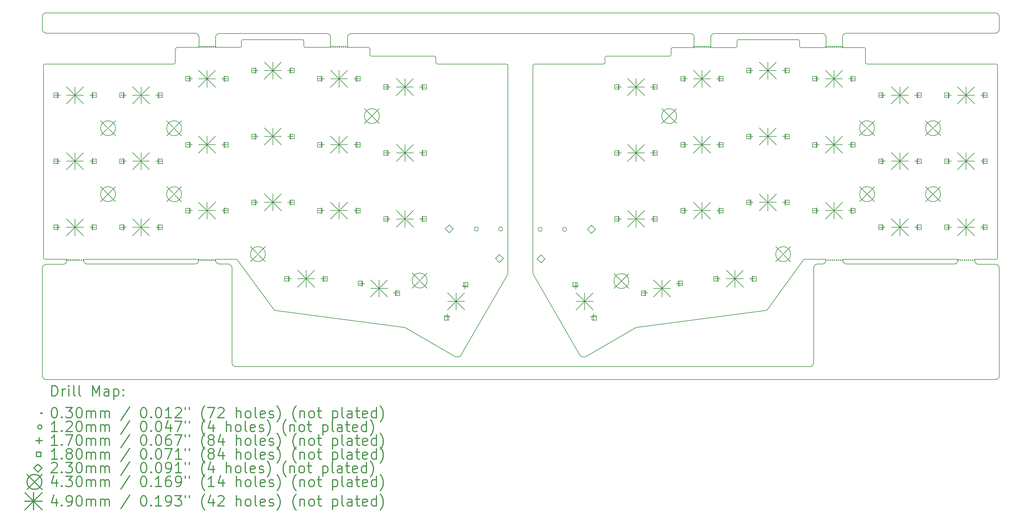
<source format=gbr>
%FSLAX45Y45*%
G04 Gerber Fmt 4.5, Leading zero omitted, Abs format (unit mm)*
G04 Created by KiCad (PCBNEW 5.1.5+dfsg1-2build2) date 2021-07-11 13:38:19*
%MOMM*%
%LPD*%
G04 APERTURE LIST*
%TA.AperFunction,Profile*%
%ADD10C,0.200000*%
%TD*%
%ADD11C,0.200000*%
%ADD12C,0.300000*%
G04 APERTURE END LIST*
D10*
X5058377Y-3692948D02*
X1369750Y-3692948D01*
X1985742Y-9365270D02*
X1978884Y-9387368D01*
X1978884Y-9387368D02*
X1978884Y-9387368D01*
X1978884Y-9387368D02*
X1978630Y-9387876D01*
X1978630Y-9387876D02*
X1978630Y-9388384D01*
X1978630Y-9388384D02*
X1967708Y-9408704D01*
X1967708Y-9408704D02*
X1967708Y-9408704D01*
X1967708Y-9408704D02*
X1967454Y-9409212D01*
X6682451Y-9474744D02*
X6682451Y-9474744D01*
X6682451Y-9474744D02*
X6682451Y-9474998D01*
X6682451Y-9474998D02*
X6682959Y-9474998D01*
X6682959Y-9474998D02*
X6683213Y-9475506D01*
X6683213Y-9475506D02*
X6701247Y-9489984D01*
X6701247Y-9489984D02*
X6701247Y-9489984D01*
X6701247Y-9489984D02*
X6701501Y-9490492D01*
X6701501Y-9490492D02*
X6701755Y-9490746D01*
X6701755Y-9490746D02*
X6716741Y-9508526D01*
X6716741Y-9508526D02*
X6716741Y-9508526D01*
X6716741Y-9508526D02*
X6716995Y-9509034D01*
X6716995Y-9509034D02*
X6717249Y-9509288D01*
X6717249Y-9509288D02*
X6728171Y-9529862D01*
X6728171Y-9529862D02*
X6728171Y-9529862D01*
X6728171Y-9529862D02*
X6728171Y-9529862D01*
X6728171Y-9529862D02*
X6728171Y-9529862D01*
X6728171Y-9529862D02*
X6728425Y-9530116D01*
X6728425Y-9530116D02*
X6728679Y-9530624D01*
X6728679Y-9530624D02*
X6735537Y-9552722D01*
X6735537Y-9552722D02*
X6735537Y-9552976D01*
X6735537Y-9552976D02*
X6735537Y-9553230D01*
X6735537Y-9553230D02*
X6735537Y-9553738D01*
X6735537Y-9553738D02*
X6738077Y-9576852D01*
X6738077Y-9576852D02*
X6738077Y-9576852D01*
X6738077Y-9576852D02*
X6738077Y-9577106D01*
X6738077Y-9577106D02*
X6738077Y-9577360D01*
X6738077Y-9577360D02*
X6738077Y-9577868D01*
X6738077Y-9577868D02*
X6738077Y-9577868D01*
X6738077Y-9577868D02*
X6738077Y-12295665D01*
X6738077Y-12295665D02*
X6738077Y-12296173D01*
X6738077Y-12296173D02*
X6740363Y-12318525D01*
X6740363Y-12318525D02*
X6746967Y-12339607D01*
X6746967Y-12339607D02*
X6757635Y-12359165D01*
X6757635Y-12359165D02*
X6771605Y-12376183D01*
X6771605Y-12376183D02*
X6788877Y-12390407D01*
X6808435Y-12400821D02*
X6829771Y-12407171D01*
X6829771Y-12407171D02*
X6852123Y-12409457D01*
X6852123Y-12409457D02*
X23368711Y-12408441D01*
X23368711Y-12408441D02*
X23369473Y-12408441D01*
X23369473Y-12408441D02*
X23391571Y-12406155D01*
X23391571Y-12406155D02*
X23412907Y-12399551D01*
X23412907Y-12399551D02*
X23432465Y-12388883D01*
X23432465Y-12388883D02*
X23449483Y-12374913D01*
X23449483Y-12374913D02*
X23463707Y-12357641D01*
X23463707Y-12357641D02*
X23473867Y-12338083D01*
X23473867Y-12338083D02*
X23480471Y-12316747D01*
X23480471Y-12316747D02*
X23482503Y-12294395D01*
X23482503Y-12294395D02*
X23482503Y-9577106D01*
X23482503Y-9577106D02*
X23482503Y-9576852D01*
X23482503Y-9576852D02*
X23482503Y-9576852D01*
X23482503Y-9576852D02*
X23484789Y-9553738D01*
X23484789Y-9553738D02*
X23484789Y-9553738D01*
X23484789Y-9553738D02*
X23484789Y-9553738D01*
X23484789Y-9553738D02*
X23484789Y-9553484D01*
X23484789Y-9553484D02*
X23485043Y-9553230D01*
X23485043Y-9553230D02*
X23485043Y-9552722D01*
X23485043Y-9552722D02*
X23491901Y-9530624D01*
X23491901Y-9530624D02*
X23491901Y-9530624D01*
X23491901Y-9530624D02*
X23491901Y-9530116D01*
X23491901Y-9530116D02*
X23492155Y-9529608D01*
X23492155Y-9529608D02*
X23503077Y-9509288D01*
X23503077Y-9509288D02*
X23503077Y-9509288D01*
X23503077Y-9509288D02*
X23503077Y-9509288D01*
X23503077Y-9509288D02*
X23503077Y-9509034D01*
X23503077Y-9509034D02*
X23503331Y-9508780D01*
X23503331Y-9508780D02*
X23503585Y-9508526D01*
X23503585Y-9508526D02*
X23518062Y-9490492D01*
X23518062Y-9490492D02*
X23518316Y-9490492D01*
X23518316Y-9490492D02*
X23518570Y-9489984D01*
X23518570Y-9489984D02*
X23518824Y-9489730D01*
X23518824Y-9489730D02*
X23536858Y-9474998D01*
X23536858Y-9474998D02*
X23536858Y-9474998D01*
X23536858Y-9474998D02*
X23537112Y-9474744D01*
X23537112Y-9474744D02*
X23537620Y-9474490D01*
X23537620Y-9474490D02*
X23557940Y-9463314D01*
X23557940Y-9463314D02*
X23557940Y-9463314D01*
X23557940Y-9463314D02*
X23557940Y-9463314D01*
X23557940Y-9463314D02*
X23557940Y-9463314D01*
X23557940Y-9463314D02*
X23558448Y-9463314D01*
X23558448Y-9463314D02*
X23558956Y-9463060D01*
X23558956Y-9463060D02*
X23581054Y-9456202D01*
X23581054Y-9456202D02*
X23581054Y-9456202D01*
X23581054Y-9456202D02*
X23581054Y-9456202D01*
X23581054Y-9456202D02*
X23581562Y-9455948D01*
X23581562Y-9455948D02*
X23581816Y-9455948D01*
X23581816Y-9455948D02*
X23604930Y-9453408D01*
X23604930Y-9453408D02*
X23605184Y-9453408D01*
X23605184Y-9453408D02*
X23605184Y-9453408D01*
X23605184Y-9453408D02*
X23605438Y-9453408D01*
X23605438Y-9453408D02*
X23606200Y-9453408D01*
X23606200Y-9453408D02*
X23606200Y-9453408D01*
X23606200Y-9453408D02*
X23725072Y-9453408D01*
X23725072Y-9453408D02*
X23725580Y-9453408D01*
X23725580Y-9453408D02*
X23747932Y-9451122D01*
X23747932Y-9451122D02*
X23769268Y-9444518D01*
X23769268Y-9444518D02*
X23788572Y-9434104D01*
X23788572Y-9434104D02*
X23805844Y-9419880D01*
X23805844Y-9419880D02*
X23819814Y-9402608D01*
X23819814Y-9402608D02*
X23830228Y-9383050D01*
X23830228Y-9383050D02*
X23836578Y-9361714D01*
X23836578Y-9361714D02*
X23838864Y-9339616D01*
X23838864Y-9339616D02*
X23839626Y-9318788D01*
X20039536Y-3218476D02*
X20038774Y-2927392D01*
X20038774Y-2927392D02*
X20038774Y-2926630D01*
X20038774Y-2926630D02*
X20036488Y-2904278D01*
X20036488Y-2904278D02*
X20029884Y-2883197D01*
X20029884Y-2883197D02*
X20019470Y-2863639D01*
X20019470Y-2863639D02*
X20005246Y-2846621D01*
X19968416Y-2822237D02*
X19947080Y-2815633D01*
X19947080Y-2815633D02*
X19924982Y-2813601D01*
X19924982Y-2813601D02*
X10176980Y-2814363D01*
X10176980Y-2814363D02*
X10176218Y-2814363D01*
X10176218Y-2814363D02*
X10154120Y-2816649D01*
X10154120Y-2816649D02*
X10132784Y-2823253D01*
X10132784Y-2823253D02*
X10113226Y-2833921D01*
X10113226Y-2833921D02*
X10096208Y-2848145D01*
X10096208Y-2848145D02*
X10081984Y-2865163D01*
X10081984Y-2865163D02*
X10071570Y-2884721D01*
X10071570Y-2884721D02*
X10065220Y-2906056D01*
X10065220Y-2906056D02*
X10063188Y-2928408D01*
X10063188Y-2928408D02*
X10063696Y-3217968D01*
X24324512Y-9318534D02*
X24324004Y-9339616D01*
X24324004Y-9339616D02*
X24324004Y-9340378D01*
X24324004Y-9340378D02*
X24326290Y-9362730D01*
X24326290Y-9362730D02*
X24332894Y-9383812D01*
X24332894Y-9383812D02*
X24343308Y-9403370D01*
X24343308Y-9403370D02*
X24357532Y-9420388D01*
X24357532Y-9420388D02*
X24374804Y-9434612D01*
X24374804Y-9434612D02*
X24394362Y-9445026D01*
X24394362Y-9445026D02*
X24415444Y-9451376D01*
X24415444Y-9451376D02*
X24437796Y-9453408D01*
X24437796Y-9453408D02*
X27525163Y-9453408D01*
X27525163Y-9453408D02*
X27525671Y-9453408D01*
X27525671Y-9453408D02*
X27548023Y-9451122D01*
X27548023Y-9451122D02*
X27569104Y-9444518D01*
X27569104Y-9444518D02*
X27588662Y-9434104D01*
X27588662Y-9434104D02*
X27605680Y-9419880D01*
X27605680Y-9419880D02*
X27619904Y-9402608D01*
X27619904Y-9402608D02*
X27630064Y-9383050D01*
X27630064Y-9383050D02*
X27636668Y-9361714D01*
X27636668Y-9361714D02*
X27638700Y-9339616D01*
X27638700Y-9339616D02*
X27639462Y-9318534D01*
X2465547Y-9363492D02*
X2471897Y-9384828D01*
X2471897Y-9384828D02*
X2482565Y-9404132D01*
X2482565Y-9404132D02*
X2496789Y-9421404D01*
X2496789Y-9421404D02*
X2513807Y-9435374D01*
X2513807Y-9435374D02*
X2533619Y-9445788D01*
X2533619Y-9445788D02*
X2554701Y-9452138D01*
X2554701Y-9452138D02*
X2577053Y-9454424D01*
X2577053Y-9454424D02*
X5664420Y-9454424D01*
X5664420Y-9454424D02*
X5664928Y-9454424D01*
X5664928Y-9454424D02*
X5687280Y-9452138D01*
X5687280Y-9452138D02*
X5708362Y-9445534D01*
X5708362Y-9445534D02*
X5727920Y-9434866D01*
X5727920Y-9434866D02*
X5744938Y-9420896D01*
X5744938Y-9420896D02*
X5759162Y-9403624D01*
X5759162Y-9403624D02*
X5769576Y-9384066D01*
X5769576Y-9384066D02*
X5775926Y-9362730D01*
X5775926Y-9362730D02*
X5778212Y-9340378D01*
X5778212Y-9340378D02*
X5778720Y-9318534D01*
X23838610Y-3218476D02*
X23838864Y-2927392D01*
X23838864Y-2927392D02*
X23838864Y-2926630D01*
X23838864Y-2926630D02*
X23836578Y-2904278D01*
X23836578Y-2904278D02*
X23829974Y-2883197D01*
X23829974Y-2883197D02*
X23819306Y-2863639D01*
X23819306Y-2863639D02*
X23805082Y-2846621D01*
X23805082Y-2846621D02*
X23788064Y-2832651D01*
X23788064Y-2832651D02*
X23768506Y-2822237D01*
X23768506Y-2822237D02*
X23747170Y-2815633D01*
X23747170Y-2815633D02*
X23724818Y-2813601D01*
X23724818Y-2813601D02*
X20637705Y-2813601D01*
X20637705Y-2813601D02*
X20636943Y-2813601D01*
X20636943Y-2813601D02*
X20614591Y-2815887D01*
X20614591Y-2815887D02*
X20593509Y-2822491D01*
X20593509Y-2822491D02*
X20573952Y-2832905D01*
X20573952Y-2832905D02*
X20556934Y-2847129D01*
X20556934Y-2847129D02*
X20542964Y-2864401D01*
X20542964Y-2864401D02*
X20532550Y-2883959D01*
X20532550Y-2883959D02*
X20525946Y-2905294D01*
X20525946Y-2905294D02*
X20523914Y-2927392D01*
X20523914Y-2927392D02*
X20523660Y-3218730D01*
X9578556Y-3217968D02*
X9578048Y-2928154D01*
X9578048Y-2928154D02*
X9578048Y-2927646D01*
X9578048Y-2927646D02*
X9575762Y-2905294D01*
X9575762Y-2905294D02*
X9569158Y-2884213D01*
X9569158Y-2884213D02*
X9558744Y-2864655D01*
X9558744Y-2864655D02*
X9544520Y-2847383D01*
X9544520Y-2847383D02*
X9527248Y-2833413D01*
X9527248Y-2833413D02*
X9507690Y-2822999D01*
X9507690Y-2822999D02*
X9486354Y-2816649D01*
X9486354Y-2816649D02*
X9464002Y-2814363D01*
X9464002Y-2814363D02*
X6376889Y-2814363D01*
X6376889Y-2814363D02*
X6376381Y-2814363D01*
X6376381Y-2814363D02*
X6354029Y-2816649D01*
X6354029Y-2816649D02*
X6332693Y-2823253D01*
X6332693Y-2823253D02*
X6313135Y-2833921D01*
X6313135Y-2833921D02*
X6296118Y-2848145D01*
X6296118Y-2848145D02*
X6282148Y-2865163D01*
X6282148Y-2865163D02*
X6271734Y-2884721D01*
X6271734Y-2884721D02*
X6265384Y-2906056D01*
X6265384Y-2906056D02*
X6263098Y-2928408D01*
X6263098Y-2928408D02*
X6263606Y-3217968D01*
X28237124Y-9463568D02*
X28214010Y-9461282D01*
X28793383Y-12744991D02*
X28807353Y-12727719D01*
X19987974Y-2832651D02*
X19968416Y-2822237D01*
X20005246Y-2846621D02*
X19987974Y-2832651D01*
X6788877Y-12390407D02*
X6808435Y-12400821D01*
X28826403Y-9576598D02*
X28826403Y-12664473D01*
X1275559Y-9578376D02*
X1275559Y-12665489D01*
X1987520Y-9318026D02*
X1988028Y-9340886D01*
X1988028Y-9340886D02*
X1988028Y-9341140D01*
X1988028Y-9341140D02*
X1988028Y-9341140D01*
X1988028Y-9341140D02*
X1985742Y-9364254D01*
X1985742Y-9364254D02*
X1985742Y-9364254D01*
X1985742Y-9364254D02*
X1985742Y-9364254D01*
X1985742Y-9364254D02*
X1985742Y-9364254D01*
X1985742Y-9364254D02*
X1985742Y-9364762D01*
X1985742Y-9364762D02*
X1985742Y-9365270D01*
X2463515Y-9318534D02*
X2463007Y-9340632D01*
X2463007Y-9340632D02*
X2463007Y-9341140D01*
X2463007Y-9341140D02*
X2465547Y-9363492D01*
X11666434Y-11272046D02*
X11650432Y-11270014D01*
X11683706Y-11274840D02*
X11666434Y-11272046D01*
X11700216Y-11278650D02*
X11683706Y-11274840D01*
X11715964Y-11282968D02*
X11700216Y-11278650D01*
X14683443Y-9699026D02*
X14683443Y-9690644D01*
X14681665Y-9717568D02*
X14683443Y-9699026D01*
X14678363Y-9734332D02*
X14681665Y-9717568D01*
X14673537Y-9750080D02*
X14678363Y-9734332D01*
X14667695Y-9764304D02*
X14673537Y-9750080D01*
X14660837Y-9777766D02*
X14667695Y-9764304D01*
X10708601Y-3418120D02*
X10708601Y-3268006D01*
X12558481Y-3467904D02*
X10758385Y-3467904D01*
X14650169Y-3695996D02*
X14633405Y-3692948D01*
X14663377Y-3702854D02*
X14650169Y-3695996D01*
X14673283Y-3713014D02*
X14663377Y-3702854D01*
X14680395Y-3725968D02*
X14673283Y-3713014D01*
X14683443Y-3742986D02*
X14680395Y-3725968D01*
X14683443Y-3742986D02*
X14683443Y-9690644D01*
X1987520Y-9318026D02*
X1358616Y-9318026D01*
X1308579Y-3742986D02*
X1308579Y-9267988D01*
X8758391Y-2992924D02*
X7058371Y-2992924D01*
X8808429Y-3167930D02*
X8808429Y-3042962D01*
X9578556Y-3217968D02*
X8858467Y-3217968D01*
X11715964Y-11282968D02*
X13145475Y-12109229D01*
X12608519Y-3517942D02*
X12608519Y-3642910D01*
X12575245Y-3470952D02*
X12558481Y-3467904D01*
X12588453Y-3478064D02*
X12575245Y-3470952D01*
X12598359Y-3487970D02*
X12588453Y-3478064D01*
X12605471Y-3500924D02*
X12598359Y-3487970D01*
X12608519Y-3517942D02*
X12605471Y-3500924D01*
X5108415Y-3268006D02*
X5108415Y-3642910D01*
X5788626Y-3217968D02*
X5158453Y-3217968D01*
X7008587Y-3042962D02*
X7008333Y-3167930D01*
X14633405Y-3692948D02*
X12658557Y-3692948D01*
X6867363Y-9318788D02*
X6858473Y-9316000D01*
X6882095Y-9324122D02*
X6867363Y-9318788D01*
X6893779Y-9332758D02*
X6882095Y-9324122D01*
X1341598Y-9314978D02*
X1358616Y-9318026D01*
X1328645Y-9308120D02*
X1341598Y-9314978D01*
X1318485Y-9297960D02*
X1328645Y-9308120D01*
X1311373Y-9285006D02*
X1318485Y-9297960D01*
X1308579Y-9267988D02*
X1311373Y-9285006D01*
X1358616Y-9318026D02*
X1358616Y-9318026D01*
X1311373Y-3726222D02*
X1308579Y-3742986D01*
X1318485Y-3713268D02*
X1311373Y-3726222D01*
X1328391Y-3703108D02*
X1318485Y-3713268D01*
X1341344Y-3695996D02*
X1328391Y-3703108D01*
X1369750Y-3692948D02*
X1341344Y-3695996D01*
X1308579Y-3742986D02*
X1308579Y-3742986D01*
X5105621Y-3659928D02*
X5108415Y-3643164D01*
X5098509Y-3672882D02*
X5105621Y-3659928D01*
X5088603Y-3683042D02*
X5098509Y-3672882D01*
X5075649Y-3690154D02*
X5088603Y-3683042D01*
X5058377Y-3692948D02*
X5075649Y-3690154D01*
X5108415Y-3643164D02*
X5108415Y-3642910D01*
X5111463Y-3251242D02*
X5108415Y-3268006D01*
X5118321Y-3238288D02*
X5111463Y-3251242D01*
X5128481Y-3228128D02*
X5118321Y-3238288D01*
X5141435Y-3221016D02*
X5128481Y-3228128D01*
X5158453Y-3217968D02*
X5141435Y-3221016D01*
X7005539Y-3184948D02*
X7008587Y-3167930D01*
X6998681Y-3197902D02*
X7005539Y-3184948D01*
X6988521Y-3208062D02*
X6998681Y-3197902D01*
X6975567Y-3215174D02*
X6988521Y-3208062D01*
X6958549Y-3217968D02*
X6975567Y-3215174D01*
X7008587Y-3167930D02*
X7008587Y-3167930D01*
X7011381Y-3026198D02*
X7008587Y-3042962D01*
X7018493Y-3013244D02*
X7011381Y-3026198D01*
X7028399Y-3003084D02*
X7018493Y-3013244D01*
X7041353Y-2995972D02*
X7028399Y-3003084D01*
X7058371Y-2992924D02*
X7041353Y-2995972D01*
X7008587Y-3042962D02*
X7008587Y-3042962D01*
X8775409Y-2995972D02*
X8758391Y-2992924D01*
X8788363Y-3002830D02*
X8775409Y-2995972D01*
X8798523Y-3012990D02*
X8788363Y-3002830D01*
X8805635Y-3025944D02*
X8798523Y-3012990D01*
X8808429Y-3042962D02*
X8805635Y-3025944D01*
X8758391Y-2992924D02*
X8758391Y-2992924D01*
X8841703Y-3215174D02*
X8858467Y-3217968D01*
X8828495Y-3208062D02*
X8841703Y-3215174D01*
X8818589Y-3198156D02*
X8828495Y-3208062D01*
X8811477Y-3185202D02*
X8818589Y-3198156D01*
X8808429Y-3167930D02*
X8811477Y-3185202D01*
X8858467Y-3217968D02*
X8858467Y-3217968D01*
X10675327Y-3221016D02*
X10658563Y-3217968D01*
X10688281Y-3227874D02*
X10675327Y-3221016D01*
X10698441Y-3238034D02*
X10688281Y-3227874D01*
X10705553Y-3250988D02*
X10698441Y-3238034D01*
X10708601Y-3268006D02*
X10705553Y-3250988D01*
X10741621Y-3465110D02*
X10758385Y-3467904D01*
X10728667Y-3457998D02*
X10741621Y-3465110D01*
X10718507Y-3448092D02*
X10728667Y-3457998D01*
X10711395Y-3435138D02*
X10718507Y-3448092D01*
X10708601Y-3418120D02*
X10711395Y-3435138D01*
X13338261Y-12071129D02*
X14660837Y-9777766D01*
X13338007Y-12071637D02*
X13338261Y-12071129D01*
X13332419Y-12079257D02*
X13338007Y-12071637D01*
X13323021Y-12090179D02*
X13332419Y-12079257D01*
X13312607Y-12099831D02*
X13323021Y-12090179D01*
X13300415Y-12109229D02*
X13312607Y-12099831D01*
X13287969Y-12116595D02*
X13300415Y-12109229D01*
X13273491Y-12123199D02*
X13287969Y-12116595D01*
X13258251Y-12128279D02*
X13273491Y-12123199D01*
X13241487Y-12131581D02*
X13258251Y-12128279D01*
X13222691Y-12132851D02*
X13241487Y-12131581D01*
X13203895Y-12131581D02*
X13222691Y-12132851D01*
X13187131Y-12128025D02*
X13203895Y-12131581D01*
X13171891Y-12122945D02*
X13187131Y-12128025D01*
X13157921Y-12116595D02*
X13171891Y-12122945D01*
X13145475Y-12109229D02*
X13157921Y-12116595D01*
X7983438Y-10793003D02*
X11650432Y-11270014D01*
X7974548Y-10792241D02*
X7983438Y-10793003D01*
X7959562Y-10786907D02*
X7974548Y-10792241D01*
X7948132Y-10778271D02*
X7959562Y-10786907D01*
X6893779Y-9332758D02*
X7948132Y-10778271D01*
X12641539Y-3690154D02*
X12658557Y-3692948D01*
X12628585Y-3683042D02*
X12641539Y-3690154D01*
X12618425Y-3673136D02*
X12628585Y-3683042D01*
X12611567Y-3660182D02*
X12618425Y-3673136D01*
X12608519Y-3642910D02*
X12611567Y-3660182D01*
X12658557Y-3692948D02*
X12658557Y-3692948D01*
X18419272Y-11272808D02*
X18435274Y-11270776D01*
X18402000Y-11275602D02*
X18419272Y-11272808D01*
X18385490Y-11279412D02*
X18402000Y-11275602D01*
X18369742Y-11283730D02*
X18385490Y-11279412D01*
X15402517Y-9700550D02*
X15402263Y-9691152D01*
X15404295Y-9718838D02*
X15402517Y-9700550D01*
X15407597Y-9735348D02*
X15404295Y-9718838D01*
X15412168Y-9750842D02*
X15407597Y-9735348D01*
X15418264Y-9765320D02*
X15412168Y-9750842D01*
X15425122Y-9778528D02*
X15418264Y-9765320D01*
X19377359Y-3418374D02*
X19377359Y-3268514D01*
X17527225Y-3468412D02*
X19327321Y-3468412D01*
X15435536Y-3696504D02*
X15452300Y-3693710D01*
X15422582Y-3703616D02*
X15435536Y-3696504D01*
X15412422Y-3713776D02*
X15422582Y-3703616D01*
X15405311Y-3726730D02*
X15412422Y-3713776D01*
X15402263Y-3743748D02*
X15405311Y-3726730D01*
X15402263Y-3743494D02*
X15402263Y-9690898D01*
X24324512Y-9318534D02*
X27639462Y-9318534D01*
X28777381Y-3743748D02*
X28777381Y-9268496D01*
X25027329Y-3693456D02*
X28727343Y-3693710D01*
X21327315Y-2993432D02*
X23027335Y-2993432D01*
X21277277Y-3168438D02*
X21277277Y-3043470D01*
X19427397Y-3218476D02*
X20039536Y-3218476D01*
X18369742Y-11283730D02*
X16940485Y-12109737D01*
X17477187Y-3518704D02*
X17477187Y-3643672D01*
X17510461Y-3471714D02*
X17527225Y-3468666D01*
X17497507Y-3478572D02*
X17510461Y-3471714D01*
X17487347Y-3488732D02*
X17497507Y-3478572D01*
X17480235Y-3501686D02*
X17487347Y-3488732D01*
X17477187Y-3518704D02*
X17480235Y-3501686D01*
X24977291Y-3268514D02*
X24977291Y-3643418D01*
X23127411Y-3218476D02*
X23838610Y-3218476D01*
X23077373Y-3043470D02*
X23077373Y-3168438D01*
X15452300Y-3693456D02*
X17427403Y-3693710D01*
X23218089Y-9319550D02*
X23227233Y-9318788D01*
X23203357Y-9324884D02*
X23218089Y-9319550D01*
X23191927Y-9333266D02*
X23203357Y-9324884D01*
X28744107Y-9315740D02*
X28727343Y-9318788D01*
X28757061Y-9308882D02*
X28744107Y-9315740D01*
X28767221Y-9298722D02*
X28757061Y-9308882D01*
X28774333Y-9285768D02*
X28767221Y-9298722D01*
X28777381Y-9268750D02*
X28774333Y-9285768D01*
X28727343Y-9318788D02*
X28727343Y-9318788D01*
X28774333Y-3726984D02*
X28777381Y-3743748D01*
X28767475Y-3713776D02*
X28774333Y-3726984D01*
X28757315Y-3703870D02*
X28767475Y-3713776D01*
X28744361Y-3696758D02*
X28757315Y-3703870D01*
X28727343Y-3693710D02*
X28744361Y-3696758D01*
X28777381Y-3743748D02*
X28777381Y-3743748D01*
X24980085Y-3660436D02*
X24977291Y-3643672D01*
X24987197Y-3673644D02*
X24980085Y-3660436D01*
X24997103Y-3683550D02*
X24987197Y-3673644D01*
X25010311Y-3690662D02*
X24997103Y-3683550D01*
X25027329Y-3693710D02*
X25010311Y-3690662D01*
X24977291Y-3643672D02*
X24977291Y-3643672D01*
X24974497Y-3252004D02*
X24977291Y-3268768D01*
X24967385Y-3238796D02*
X24974497Y-3252004D01*
X24957225Y-3228890D02*
X24967385Y-3238796D01*
X24944271Y-3221778D02*
X24957225Y-3228890D01*
X24927253Y-3218730D02*
X24944271Y-3221778D01*
X23080167Y-3185456D02*
X23077373Y-3168692D01*
X23087279Y-3198664D02*
X23080167Y-3185456D01*
X23097185Y-3208570D02*
X23087279Y-3198664D01*
X23110393Y-3215682D02*
X23097185Y-3208570D01*
X23127411Y-3218730D02*
X23110393Y-3215682D01*
X23077373Y-3168692D02*
X23077373Y-3168692D01*
X23074325Y-3026706D02*
X23077373Y-3043724D01*
X23067213Y-3013752D02*
X23074325Y-3026706D01*
X23057307Y-3003846D02*
X23067213Y-3013752D01*
X23044353Y-2996734D02*
X23057307Y-3003846D01*
X23027335Y-2993686D02*
X23044353Y-2996734D01*
X23077373Y-3043724D02*
X23077373Y-3043724D01*
X21310297Y-2996734D02*
X21327315Y-2993686D01*
X21297343Y-3003592D02*
X21310297Y-2996734D01*
X21287437Y-3013752D02*
X21297343Y-3003592D01*
X21280325Y-3026706D02*
X21287437Y-3013752D01*
X21277277Y-3043724D02*
X21280325Y-3026706D01*
X21327315Y-2993686D02*
X21327315Y-2993686D01*
X21244257Y-3215936D02*
X21227239Y-3218730D01*
X21257211Y-3208824D02*
X21244257Y-3215936D01*
X21267371Y-3198918D02*
X21257211Y-3208824D01*
X21274229Y-3185710D02*
X21267371Y-3198918D01*
X21277277Y-3168692D02*
X21274229Y-3185710D01*
X21227239Y-3218730D02*
X21227239Y-3218730D01*
X19410633Y-3221524D02*
X19427397Y-3218730D01*
X19397425Y-3228636D02*
X19410633Y-3221524D01*
X19387265Y-3238796D02*
X19397425Y-3228636D01*
X19380407Y-3251750D02*
X19387265Y-3238796D01*
X19377359Y-3268768D02*
X19380407Y-3251750D01*
X19344085Y-3465872D02*
X19327321Y-3468666D01*
X19357039Y-3458760D02*
X19344085Y-3465872D01*
X19367199Y-3448854D02*
X19357039Y-3458760D01*
X19374311Y-3435900D02*
X19367199Y-3448854D01*
X19377359Y-3418628D02*
X19374311Y-3435900D01*
X16747445Y-12071891D02*
X15424868Y-9778528D01*
X16747953Y-12072399D02*
X16747445Y-12071891D01*
X16754049Y-12080781D02*
X16747953Y-12072399D01*
X16763701Y-12091703D02*
X16754049Y-12080781D01*
X16774115Y-12101609D02*
X16763701Y-12091703D01*
X16785799Y-12110245D02*
X16774115Y-12101609D01*
X16798499Y-12117611D02*
X16785799Y-12110245D01*
X16812215Y-12123961D02*
X16798499Y-12117611D01*
X16827709Y-12129041D02*
X16812215Y-12123961D01*
X1967454Y-9409212D02*
X1967200Y-9409466D01*
X1967200Y-9409466D02*
X1952468Y-9427500D01*
X1952468Y-9427500D02*
X1952468Y-9427500D01*
X1952468Y-9427500D02*
X1952468Y-9427500D01*
X1952468Y-9427500D02*
X1952468Y-9427500D01*
X1952468Y-9427500D02*
X1952214Y-9428008D01*
X1952214Y-9428008D02*
X1951706Y-9428262D01*
X1951706Y-9428262D02*
X1933926Y-9442994D01*
X1933926Y-9442994D02*
X1933926Y-9442994D01*
X1933926Y-9442994D02*
X1933418Y-9443248D01*
X1933418Y-9443248D02*
X1933164Y-9443502D01*
X1933164Y-9443502D02*
X1912844Y-9454424D01*
X1912844Y-9454424D02*
X1912844Y-9454424D01*
X1912844Y-9454424D02*
X1912844Y-9454424D01*
X1912844Y-9454424D02*
X1912590Y-9454678D01*
X1912590Y-9454678D02*
X1912336Y-9454678D01*
X1912336Y-9454678D02*
X1911828Y-9454932D01*
X1911828Y-9454932D02*
X1889730Y-9461790D01*
X1889730Y-9461790D02*
X1889730Y-9461790D01*
X1889730Y-9461790D02*
X1889222Y-9461790D01*
X1889222Y-9461790D02*
X1888714Y-9461790D01*
X1888714Y-9461790D02*
X1865600Y-9464330D01*
X1865600Y-9464330D02*
X1865600Y-9464330D01*
X1865600Y-9464330D02*
X1865346Y-9464330D01*
X1865346Y-9464330D02*
X1865092Y-9464330D01*
X1865092Y-9464330D02*
X1864584Y-9464330D01*
X1864584Y-9464330D02*
X1864584Y-9464330D01*
X1864584Y-9464330D02*
X1389350Y-9464330D01*
X1389350Y-9464330D02*
X1388842Y-9464330D01*
X1388842Y-9464330D02*
X1366490Y-9466616D01*
X1366490Y-9466616D02*
X1345408Y-9473220D01*
X1345408Y-9473220D02*
X1325851Y-9483888D01*
X1325851Y-9483888D02*
X1308579Y-9498112D01*
X1308579Y-9498112D02*
X1294609Y-9515130D01*
X1294609Y-9515130D02*
X1284195Y-9534688D01*
X1284195Y-9534688D02*
X1277845Y-9556024D01*
X1277845Y-9556024D02*
X1275559Y-9578376D01*
X1275559Y-12665489D02*
X1275559Y-12666251D01*
X1275559Y-12666251D02*
X1277845Y-12688603D01*
X1277845Y-12688603D02*
X1284449Y-12709685D01*
X1284449Y-12709685D02*
X1295117Y-12729243D01*
X1295117Y-12729243D02*
X1309341Y-12746261D01*
X1309341Y-12746261D02*
X1326359Y-12760485D01*
X1326359Y-12760485D02*
X1345916Y-12770899D01*
X1345916Y-12770899D02*
X1367252Y-12777249D01*
X1367252Y-12777249D02*
X1389604Y-12779281D01*
X1389604Y-12779281D02*
X28712611Y-12778519D01*
X28712611Y-12778519D02*
X28713119Y-12778519D01*
X28713119Y-12778519D02*
X28735471Y-12776233D01*
X28735471Y-12776233D02*
X28756553Y-12769629D01*
X28756553Y-12769629D02*
X28776111Y-12758961D01*
X28776111Y-12758961D02*
X28793383Y-12744991D01*
X28807353Y-12727719D02*
X28817767Y-12708161D01*
X28817767Y-12708161D02*
X28824117Y-12686825D01*
X28824117Y-12686825D02*
X28826403Y-12664473D01*
X28826403Y-9576598D02*
X28823863Y-9554500D01*
X28823863Y-9554500D02*
X28817259Y-9533164D01*
X28817259Y-9533164D02*
X28806845Y-9513606D01*
X28806845Y-9513606D02*
X28792621Y-9496588D01*
X28792621Y-9496588D02*
X28775603Y-9482618D01*
X28775603Y-9482618D02*
X28755791Y-9472204D01*
X28755791Y-9472204D02*
X28734709Y-9465600D01*
X28734709Y-9465600D02*
X28712357Y-9463568D01*
X28712357Y-9463568D02*
X28237378Y-9463568D01*
X28237378Y-9463568D02*
X28237124Y-9463568D01*
X28237124Y-9463568D02*
X28237124Y-9463568D01*
X28214010Y-9461282D02*
X28214010Y-9461282D01*
X28214010Y-9461282D02*
X28214010Y-9461282D01*
X28214010Y-9461282D02*
X28214010Y-9461282D01*
X28214010Y-9461282D02*
X28213502Y-9461028D01*
X28213502Y-9461028D02*
X28212994Y-9461028D01*
X28212994Y-9461028D02*
X28190896Y-9454424D01*
X28190896Y-9454424D02*
X28190896Y-9454424D01*
X28190896Y-9454424D02*
X28190388Y-9454170D01*
X28190388Y-9454170D02*
X28189880Y-9453916D01*
X28189880Y-9453916D02*
X28169560Y-9442994D01*
X28169560Y-9442994D02*
X28169560Y-9442994D01*
X28169560Y-9442994D02*
X28169560Y-9442994D01*
X28169560Y-9442994D02*
X28169052Y-9442740D01*
X28169052Y-9442740D02*
X28168798Y-9442486D01*
X28168798Y-9442486D02*
X28150764Y-9428008D01*
X28150764Y-9428008D02*
X28150764Y-9428008D01*
X28150764Y-9428008D02*
X28150764Y-9428008D01*
X28150764Y-9428008D02*
X28150764Y-9427754D01*
X28150764Y-9427754D02*
X28150256Y-9427500D01*
X28150256Y-9427500D02*
X28150002Y-9427246D01*
X28150002Y-9427246D02*
X28135270Y-9409212D01*
X28135270Y-9409212D02*
X28135270Y-9409212D01*
X28135270Y-9409212D02*
X28135016Y-9408958D01*
X28135016Y-9408958D02*
X28134762Y-9408450D01*
X28134762Y-9408450D02*
X28123586Y-9388130D01*
X28123586Y-9388130D02*
X28123586Y-9388130D01*
X28123586Y-9388130D02*
X28123586Y-9388130D01*
X28123586Y-9388130D02*
X28123586Y-9388130D01*
X28123586Y-9388130D02*
X28123586Y-9387622D01*
X28123586Y-9387622D02*
X28123332Y-9387114D01*
X28123332Y-9387114D02*
X28116474Y-9365016D01*
X28116474Y-9365016D02*
X28116474Y-9365016D01*
X28116474Y-9365016D02*
X28116474Y-9364508D01*
X28116474Y-9364508D02*
X28116220Y-9364254D01*
X28116220Y-9364254D02*
X28113934Y-9341140D01*
X28113934Y-9341140D02*
X28113934Y-9340886D01*
X28113934Y-9340886D02*
X28113934Y-9340886D01*
X28113934Y-9340886D02*
X28113934Y-9340632D01*
X28113934Y-9340632D02*
X28113934Y-9340124D01*
X28113934Y-9340124D02*
X28113680Y-9340124D01*
X28113680Y-9340124D02*
X28114696Y-9318788D01*
X24314606Y-3218730D02*
X24313844Y-2927138D01*
X24313844Y-2927138D02*
X24313844Y-2926884D01*
X24313844Y-2926884D02*
X24316130Y-2903770D01*
X24316130Y-2903770D02*
X24316130Y-2903770D01*
X24316130Y-2903770D02*
X24316130Y-2903770D01*
X24316130Y-2903770D02*
X24316130Y-2903770D01*
X24316130Y-2903770D02*
X24316130Y-2903262D01*
X24316130Y-2903262D02*
X24316384Y-2902754D01*
X24316384Y-2902754D02*
X24322988Y-2880657D01*
X24322988Y-2880657D02*
X24322988Y-2880403D01*
X24322988Y-2880403D02*
X24323242Y-2880149D01*
X24323242Y-2880149D02*
X24323496Y-2879641D01*
X24323496Y-2879641D02*
X24334164Y-2859321D01*
X24334164Y-2859321D02*
X24334164Y-2859321D01*
X24334164Y-2859321D02*
X24334164Y-2859321D01*
X24334164Y-2859321D02*
X24334164Y-2859067D01*
X24334164Y-2859067D02*
X24334672Y-2858813D01*
X24334672Y-2858813D02*
X24334672Y-2858305D01*
X24334672Y-2858305D02*
X24349404Y-2840525D01*
X24349404Y-2840525D02*
X24349404Y-2840271D01*
X24349404Y-2840271D02*
X24349658Y-2840017D01*
X24349658Y-2840017D02*
X24350166Y-2839763D01*
X24350166Y-2839763D02*
X24367946Y-2825031D01*
X24367946Y-2825031D02*
X24368200Y-2825031D01*
X24368200Y-2825031D02*
X24368454Y-2824777D01*
X24368454Y-2824777D02*
X24368708Y-2824523D01*
X24368708Y-2824523D02*
X24389282Y-2813347D01*
X24389282Y-2813347D02*
X24389282Y-2813347D01*
X24389282Y-2813347D02*
X24389282Y-2813347D01*
X24389282Y-2813347D02*
X24389282Y-2813347D01*
X24389282Y-2813347D02*
X24389790Y-2813093D01*
X24389790Y-2813093D02*
X24390044Y-2813093D01*
X24390044Y-2813093D02*
X24412142Y-2806235D01*
X24412142Y-2806235D02*
X24412142Y-2806235D01*
X24412142Y-2806235D02*
X24412396Y-2806235D01*
X24412396Y-2806235D02*
X24412904Y-2805981D01*
X24412904Y-2805981D02*
X24413158Y-2805981D01*
X24413158Y-2805981D02*
X24436272Y-2803441D01*
X24436272Y-2803441D02*
X24436272Y-2803441D01*
X24436272Y-2803441D02*
X24436526Y-2803441D01*
X24436526Y-2803441D02*
X24436780Y-2803441D01*
X24436780Y-2803441D02*
X24437288Y-2803441D01*
X24437288Y-2803441D02*
X24437288Y-2803441D01*
X24437288Y-2803441D02*
X28712611Y-2803441D01*
X28712611Y-2803441D02*
X28713119Y-2803441D01*
X28713119Y-2803441D02*
X28735471Y-2801155D01*
X28735471Y-2801155D02*
X28756553Y-2794551D01*
X28756553Y-2794551D02*
X28776111Y-2784137D01*
X28776111Y-2784137D02*
X28793383Y-2769913D01*
X28793383Y-2769913D02*
X28807353Y-2752641D01*
X28807353Y-2752641D02*
X28817767Y-2733083D01*
X28817767Y-2733083D02*
X28824117Y-2711747D01*
X28824117Y-2711747D02*
X28826403Y-2689649D01*
X28826403Y-2689649D02*
X28826403Y-2333541D01*
X28826403Y-2333541D02*
X28826403Y-2333033D01*
X28826403Y-2333033D02*
X28823863Y-2310681D01*
X28823863Y-2310681D02*
X28817259Y-2289345D01*
X28817259Y-2289345D02*
X28806845Y-2270041D01*
X28806845Y-2270041D02*
X28792621Y-2252769D01*
X28792621Y-2252769D02*
X28775603Y-2238799D01*
X28775603Y-2238799D02*
X28755791Y-2228385D01*
X28755791Y-2228385D02*
X28734709Y-2222035D01*
X28734709Y-2222035D02*
X28712357Y-2219749D01*
X28712357Y-2219749D02*
X1389350Y-2220765D01*
X1389350Y-2220765D02*
X1388842Y-2220765D01*
X1388842Y-2220765D02*
X1366490Y-2223051D01*
X1366490Y-2223051D02*
X1345408Y-2229655D01*
X1345408Y-2229655D02*
X1325851Y-2240069D01*
X1325851Y-2240069D02*
X1308579Y-2254293D01*
X1308579Y-2254293D02*
X1294609Y-2271565D01*
X1294609Y-2271565D02*
X1284195Y-2291123D01*
X1284195Y-2291123D02*
X1277845Y-2312205D01*
X1277845Y-2312205D02*
X1275559Y-2334557D01*
X1275559Y-2334557D02*
X1275559Y-2690665D01*
X1275559Y-2690665D02*
X1275559Y-2691173D01*
X1275559Y-2691173D02*
X1277845Y-2713525D01*
X1277845Y-2713525D02*
X1284449Y-2734861D01*
X1284449Y-2734861D02*
X1295117Y-2754165D01*
X1295117Y-2754165D02*
X1309341Y-2771437D01*
X1309341Y-2771437D02*
X1326359Y-2785407D01*
X1326359Y-2785407D02*
X1345916Y-2795821D01*
X1345916Y-2795821D02*
X1367252Y-2802171D01*
X1367252Y-2802171D02*
X1389604Y-2804457D01*
X1389604Y-2804457D02*
X5664674Y-2804457D01*
X5664674Y-2804457D02*
X5664928Y-2804457D01*
X5664928Y-2804457D02*
X5664928Y-2804457D01*
X5664928Y-2804457D02*
X5687788Y-2806743D01*
X5687788Y-2806743D02*
X5687788Y-2806743D01*
X5687788Y-2806743D02*
X5687788Y-2806743D01*
X5687788Y-2806743D02*
X5688042Y-2806743D01*
X5688042Y-2806743D02*
X5688296Y-2806743D01*
X5688296Y-2806743D02*
X5688804Y-2806997D01*
X5688804Y-2806997D02*
X5711156Y-2813601D01*
X5711156Y-2813601D02*
X5711156Y-2813601D01*
X5711156Y-2813601D02*
X5711410Y-2813855D01*
X5711410Y-2813855D02*
X5711918Y-2813855D01*
X5711918Y-2813855D02*
X5732492Y-2824777D01*
X5732492Y-2824777D02*
X5732492Y-2824777D01*
X5732492Y-2824777D02*
X5732492Y-2824777D01*
X5732492Y-2824777D02*
X5732492Y-2824777D01*
X5732492Y-2824777D02*
X5732746Y-2825031D01*
X5732746Y-2825031D02*
X5733254Y-2825285D01*
X5733254Y-2825285D02*
X5751288Y-2840017D01*
X5751288Y-2840017D02*
X5751288Y-2840017D01*
X5751288Y-2840017D02*
X5751542Y-2840271D01*
X5751542Y-2840271D02*
X5751796Y-2840779D01*
X5751796Y-2840779D02*
X5766528Y-2858559D01*
X5766528Y-2858559D02*
X5766782Y-2858559D01*
X5766782Y-2858559D02*
X5767036Y-2859067D01*
X5767036Y-2859067D02*
X5767290Y-2859321D01*
X5767290Y-2859321D02*
X5778212Y-2879895D01*
X5778212Y-2879895D02*
X5778212Y-2879895D01*
X5778212Y-2879895D02*
X5778212Y-2879895D01*
X5778212Y-2879895D02*
X5778212Y-2879895D01*
X5778212Y-2879895D02*
X5778466Y-2880149D01*
X5778466Y-2880149D02*
X5778720Y-2880657D01*
X5778720Y-2880657D02*
X5785324Y-2902754D01*
X5785324Y-2902754D02*
X5785578Y-2902754D01*
X5785578Y-2902754D02*
X5785578Y-2903262D01*
X5785578Y-2903262D02*
X5785578Y-2903770D01*
X5785578Y-2903770D02*
X5788118Y-2926884D01*
X5788118Y-2926884D02*
X5788118Y-2926884D01*
X5788118Y-2926884D02*
X5788118Y-2927138D01*
X5788118Y-2927138D02*
X5788118Y-2927392D01*
X5788118Y-2927392D02*
X5788118Y-2927900D01*
X5788118Y-2927900D02*
X5788118Y-2927900D01*
X5788118Y-2927900D02*
X5788626Y-3217968D01*
X6262590Y-9316000D02*
X6263098Y-9340632D01*
X6263098Y-9340632D02*
X6263098Y-9341140D01*
X6263098Y-9341140D02*
X6265384Y-9363492D01*
X6265384Y-9363492D02*
X6271988Y-9384828D01*
X6271988Y-9384828D02*
X6282656Y-9404132D01*
X6282656Y-9404132D02*
X6296626Y-9421404D01*
X6296626Y-9421404D02*
X6313897Y-9435374D01*
X6313897Y-9435374D02*
X6333455Y-9445788D01*
X6333455Y-9445788D02*
X6354791Y-9452138D01*
X6354791Y-9452138D02*
X6377143Y-9454424D01*
X6377143Y-9454424D02*
X6614633Y-9454424D01*
X6614633Y-9454424D02*
X6614887Y-9454424D01*
X6614887Y-9454424D02*
X6614887Y-9454424D01*
X6614887Y-9454424D02*
X6638001Y-9456710D01*
X6638001Y-9456710D02*
X6638001Y-9456710D01*
X6638001Y-9456710D02*
X6638001Y-9456710D01*
X6638001Y-9456710D02*
X6638001Y-9456710D01*
X6638001Y-9456710D02*
X6638509Y-9456710D01*
X6638509Y-9456710D02*
X6638763Y-9456964D01*
X6638763Y-9456964D02*
X6661115Y-9463568D01*
X6661115Y-9463568D02*
X6661115Y-9463568D01*
X6661115Y-9463568D02*
X6661623Y-9463822D01*
X6661623Y-9463822D02*
X6661877Y-9463822D01*
X6661877Y-9463822D02*
X6682451Y-9474744D01*
X6682451Y-9474744D02*
X6682451Y-9474744D01*
X23227233Y-9318788D02*
X23839626Y-9318788D01*
X10658563Y-3217968D02*
X10063696Y-3217968D01*
X28727343Y-9318788D02*
X28114696Y-9318788D01*
X17467281Y-3673898D02*
X17457121Y-3683804D01*
X17474393Y-3660944D02*
X17467281Y-3673898D01*
X16927785Y-12117357D02*
X16914069Y-12123707D01*
X16940485Y-12109737D02*
X16927785Y-12117357D01*
X22102268Y-10793765D02*
X18435274Y-11270776D01*
X22111412Y-10793003D02*
X22102268Y-10793765D01*
X22126144Y-10787669D02*
X22111412Y-10793003D01*
X22137574Y-10779033D02*
X22126144Y-10787669D01*
X23191927Y-9333266D02*
X22137574Y-10779033D01*
X17444167Y-3690916D02*
X17427403Y-3693710D01*
X17457121Y-3683804D02*
X17444167Y-3690916D01*
X2463515Y-9318534D02*
X5778720Y-9318534D01*
X16844473Y-12132343D02*
X16827709Y-12129041D01*
X16863269Y-12133613D02*
X16844473Y-12132343D01*
X16882065Y-12132089D02*
X16863269Y-12133613D01*
X16898829Y-12128787D02*
X16882065Y-12132089D01*
X16914069Y-12123707D02*
X16898829Y-12128787D01*
X17477187Y-3643672D02*
X17474393Y-3660944D01*
X17427403Y-3693710D02*
X17427403Y-3693710D01*
X24927253Y-3218730D02*
X24314606Y-3218730D01*
X21227239Y-3218730D02*
X20523660Y-3218730D01*
X6958549Y-3217968D02*
X6263606Y-3217968D01*
X6858473Y-9316000D02*
X6262590Y-9316000D01*
D11*
X20025250Y-3183000D02*
X20055250Y-3213000D01*
X20055250Y-3183000D02*
X20025250Y-3213000D01*
X20084625Y-3183000D02*
X20114625Y-3213000D01*
X20114625Y-3183000D02*
X20084625Y-3213000D01*
X20144000Y-3183000D02*
X20174000Y-3213000D01*
X20174000Y-3183000D02*
X20144000Y-3213000D01*
X20203375Y-3183000D02*
X20233375Y-3213000D01*
X20233375Y-3183000D02*
X20203375Y-3213000D01*
X20262750Y-3183000D02*
X20292750Y-3213000D01*
X20292750Y-3183000D02*
X20262750Y-3213000D01*
X20322125Y-3183000D02*
X20352125Y-3213000D01*
X20352125Y-3183000D02*
X20322125Y-3213000D01*
X20381500Y-3183000D02*
X20411500Y-3213000D01*
X20411500Y-3183000D02*
X20381500Y-3213000D01*
X20440875Y-3183000D02*
X20470875Y-3213000D01*
X20470875Y-3183000D02*
X20440875Y-3213000D01*
X20500250Y-3183000D02*
X20530250Y-3213000D01*
X20530250Y-3183000D02*
X20500250Y-3213000D01*
X27630250Y-9324000D02*
X27660250Y-9354000D01*
X27660250Y-9324000D02*
X27630250Y-9354000D01*
X27689625Y-9324000D02*
X27719625Y-9354000D01*
X27719625Y-9324000D02*
X27689625Y-9354000D01*
X27749000Y-9324000D02*
X27779000Y-9354000D01*
X27779000Y-9324000D02*
X27749000Y-9354000D01*
X27808375Y-9324000D02*
X27838375Y-9354000D01*
X27838375Y-9324000D02*
X27808375Y-9354000D01*
X27867750Y-9324000D02*
X27897750Y-9354000D01*
X27897750Y-9324000D02*
X27867750Y-9354000D01*
X27927125Y-9324000D02*
X27957125Y-9354000D01*
X27957125Y-9324000D02*
X27927125Y-9354000D01*
X27986500Y-9324000D02*
X28016500Y-9354000D01*
X28016500Y-9324000D02*
X27986500Y-9354000D01*
X28045875Y-9324000D02*
X28075875Y-9354000D01*
X28075875Y-9324000D02*
X28045875Y-9354000D01*
X28105250Y-9324000D02*
X28135250Y-9354000D01*
X28135250Y-9324000D02*
X28105250Y-9354000D01*
X9573250Y-3182000D02*
X9603250Y-3212000D01*
X9603250Y-3182000D02*
X9573250Y-3212000D01*
X9632625Y-3182000D02*
X9662625Y-3212000D01*
X9662625Y-3182000D02*
X9632625Y-3212000D01*
X9692000Y-3182000D02*
X9722000Y-3212000D01*
X9722000Y-3182000D02*
X9692000Y-3212000D01*
X9751375Y-3182000D02*
X9781375Y-3212000D01*
X9781375Y-3182000D02*
X9751375Y-3212000D01*
X9810750Y-3182000D02*
X9840750Y-3212000D01*
X9840750Y-3182000D02*
X9810750Y-3212000D01*
X9870125Y-3182000D02*
X9900125Y-3212000D01*
X9900125Y-3182000D02*
X9870125Y-3212000D01*
X9929500Y-3182000D02*
X9959500Y-3212000D01*
X9959500Y-3182000D02*
X9929500Y-3212000D01*
X9988875Y-3182000D02*
X10018875Y-3212000D01*
X10018875Y-3182000D02*
X9988875Y-3212000D01*
X10048250Y-3182000D02*
X10078250Y-3212000D01*
X10078250Y-3182000D02*
X10048250Y-3212000D01*
X23830250Y-9324000D02*
X23860250Y-9354000D01*
X23860250Y-9324000D02*
X23830250Y-9354000D01*
X23889625Y-9324000D02*
X23919625Y-9354000D01*
X23919625Y-9324000D02*
X23889625Y-9354000D01*
X23949000Y-9324000D02*
X23979000Y-9354000D01*
X23979000Y-9324000D02*
X23949000Y-9354000D01*
X24008375Y-9324000D02*
X24038375Y-9354000D01*
X24038375Y-9324000D02*
X24008375Y-9354000D01*
X24067750Y-9324000D02*
X24097750Y-9354000D01*
X24097750Y-9324000D02*
X24067750Y-9354000D01*
X24127125Y-9324000D02*
X24157125Y-9354000D01*
X24157125Y-9324000D02*
X24127125Y-9354000D01*
X24186500Y-9324000D02*
X24216500Y-9354000D01*
X24216500Y-9324000D02*
X24186500Y-9354000D01*
X24245875Y-9324000D02*
X24275875Y-9354000D01*
X24275875Y-9324000D02*
X24245875Y-9354000D01*
X24305250Y-9324000D02*
X24335250Y-9354000D01*
X24335250Y-9324000D02*
X24305250Y-9354000D01*
X23827250Y-3182000D02*
X23857250Y-3212000D01*
X23857250Y-3182000D02*
X23827250Y-3212000D01*
X23886625Y-3182000D02*
X23916625Y-3212000D01*
X23916625Y-3182000D02*
X23886625Y-3212000D01*
X23946000Y-3182000D02*
X23976000Y-3212000D01*
X23976000Y-3182000D02*
X23946000Y-3212000D01*
X24005375Y-3182000D02*
X24035375Y-3212000D01*
X24035375Y-3182000D02*
X24005375Y-3212000D01*
X24064750Y-3182000D02*
X24094750Y-3212000D01*
X24094750Y-3182000D02*
X24064750Y-3212000D01*
X24124125Y-3182000D02*
X24154125Y-3212000D01*
X24154125Y-3182000D02*
X24124125Y-3212000D01*
X24183500Y-3182000D02*
X24213500Y-3212000D01*
X24213500Y-3182000D02*
X24183500Y-3212000D01*
X24242875Y-3182000D02*
X24272875Y-3212000D01*
X24272875Y-3182000D02*
X24242875Y-3212000D01*
X24302250Y-3182000D02*
X24332250Y-3212000D01*
X24332250Y-3182000D02*
X24302250Y-3212000D01*
X5776250Y-3182000D02*
X5806250Y-3212000D01*
X5806250Y-3182000D02*
X5776250Y-3212000D01*
X5835625Y-3182000D02*
X5865625Y-3212000D01*
X5865625Y-3182000D02*
X5835625Y-3212000D01*
X5895000Y-3182000D02*
X5925000Y-3212000D01*
X5925000Y-3182000D02*
X5895000Y-3212000D01*
X5954375Y-3182000D02*
X5984375Y-3212000D01*
X5984375Y-3182000D02*
X5954375Y-3212000D01*
X6013750Y-3182000D02*
X6043750Y-3212000D01*
X6043750Y-3182000D02*
X6013750Y-3212000D01*
X6073125Y-3182000D02*
X6103125Y-3212000D01*
X6103125Y-3182000D02*
X6073125Y-3212000D01*
X6132500Y-3182000D02*
X6162500Y-3212000D01*
X6162500Y-3182000D02*
X6132500Y-3212000D01*
X6191875Y-3182000D02*
X6221875Y-3212000D01*
X6221875Y-3182000D02*
X6191875Y-3212000D01*
X6251250Y-3182000D02*
X6281250Y-3212000D01*
X6281250Y-3182000D02*
X6251250Y-3212000D01*
X5765950Y-9323000D02*
X5795950Y-9353000D01*
X5795950Y-9323000D02*
X5765950Y-9353000D01*
X5825325Y-9323000D02*
X5855325Y-9353000D01*
X5855325Y-9323000D02*
X5825325Y-9353000D01*
X5884700Y-9323000D02*
X5914700Y-9353000D01*
X5914700Y-9323000D02*
X5884700Y-9353000D01*
X5944075Y-9323000D02*
X5974075Y-9353000D01*
X5974075Y-9323000D02*
X5944075Y-9353000D01*
X6003450Y-9323000D02*
X6033450Y-9353000D01*
X6033450Y-9323000D02*
X6003450Y-9353000D01*
X6062825Y-9323000D02*
X6092825Y-9353000D01*
X6092825Y-9323000D02*
X6062825Y-9353000D01*
X6122200Y-9323000D02*
X6152200Y-9353000D01*
X6152200Y-9323000D02*
X6122200Y-9353000D01*
X6181575Y-9323000D02*
X6211575Y-9353000D01*
X6211575Y-9323000D02*
X6181575Y-9353000D01*
X6240950Y-9323000D02*
X6270950Y-9353000D01*
X6270950Y-9323000D02*
X6240950Y-9353000D01*
X1967125Y-9323000D02*
X1997125Y-9353000D01*
X1997125Y-9323000D02*
X1967125Y-9353000D01*
X2026500Y-9323000D02*
X2056500Y-9353000D01*
X2056500Y-9323000D02*
X2026500Y-9353000D01*
X2085875Y-9323000D02*
X2115875Y-9353000D01*
X2115875Y-9323000D02*
X2085875Y-9353000D01*
X2145250Y-9323000D02*
X2175250Y-9353000D01*
X2175250Y-9323000D02*
X2145250Y-9353000D01*
X2204625Y-9323000D02*
X2234625Y-9353000D01*
X2234625Y-9323000D02*
X2204625Y-9353000D01*
X2264000Y-9323000D02*
X2294000Y-9353000D01*
X2294000Y-9323000D02*
X2264000Y-9353000D01*
X2323375Y-9323000D02*
X2353375Y-9353000D01*
X2353375Y-9323000D02*
X2323375Y-9353000D01*
X2382750Y-9323000D02*
X2412750Y-9353000D01*
X2412750Y-9323000D02*
X2382750Y-9353000D01*
X2442125Y-9323000D02*
X2472125Y-9353000D01*
X2472125Y-9323000D02*
X2442125Y-9353000D01*
X15670785Y-8456543D02*
G75*
G03X15670785Y-8456543I-60000J0D01*
G01*
X16370785Y-8456543D02*
G75*
G03X16370785Y-8456543I-60000J0D01*
G01*
X13831450Y-8443200D02*
G75*
G03X13831450Y-8443200I-60000J0D01*
G01*
X14531450Y-8443200D02*
G75*
G03X14531450Y-8443200I-60000J0D01*
G01*
X7410750Y-7594500D02*
X7410750Y-7764500D01*
X7325750Y-7679500D02*
X7495750Y-7679500D01*
X8426750Y-7594500D02*
X8426750Y-7764500D01*
X8341750Y-7679500D02*
X8511750Y-7679500D01*
X25460485Y-8307043D02*
X25460485Y-8477043D01*
X25375485Y-8392043D02*
X25545485Y-8392043D01*
X26476485Y-8307043D02*
X26476485Y-8477043D01*
X26391485Y-8392043D02*
X26561485Y-8392043D01*
X17860485Y-4269543D02*
X17860485Y-4439543D01*
X17775485Y-4354543D02*
X17945485Y-4354543D01*
X18876485Y-4269543D02*
X18876485Y-4439543D01*
X18791485Y-4354543D02*
X18961485Y-4354543D01*
X3610750Y-4507000D02*
X3610750Y-4677000D01*
X3525750Y-4592000D02*
X3695750Y-4592000D01*
X4626750Y-4507000D02*
X4626750Y-4677000D01*
X4541750Y-4592000D02*
X4711750Y-4592000D01*
X16639485Y-10004602D02*
X16639485Y-10174602D01*
X16554485Y-10089602D02*
X16724485Y-10089602D01*
X17147485Y-10884484D02*
X17147485Y-11054484D01*
X17062485Y-10969484D02*
X17232485Y-10969484D01*
X21660485Y-3794543D02*
X21660485Y-3964543D01*
X21575485Y-3879543D02*
X21745485Y-3879543D01*
X22676485Y-3794543D02*
X22676485Y-3964543D01*
X22591485Y-3879543D02*
X22761485Y-3879543D01*
X7410750Y-5694500D02*
X7410750Y-5864500D01*
X7325750Y-5779500D02*
X7495750Y-5779500D01*
X8426750Y-5694500D02*
X8426750Y-5864500D01*
X8341750Y-5779500D02*
X8511750Y-5779500D01*
X1710750Y-4507000D02*
X1710750Y-4677000D01*
X1625750Y-4592000D02*
X1795750Y-4592000D01*
X2726750Y-4507000D02*
X2726750Y-4677000D01*
X2641750Y-4592000D02*
X2811750Y-4592000D01*
X25460485Y-6407043D02*
X25460485Y-6577043D01*
X25375485Y-6492043D02*
X25545485Y-6492043D01*
X26476485Y-6407043D02*
X26476485Y-6577043D01*
X26391485Y-6492043D02*
X26561485Y-6492043D01*
X11210750Y-8069500D02*
X11210750Y-8239500D01*
X11125750Y-8154500D02*
X11295750Y-8154500D01*
X12226750Y-8069500D02*
X12226750Y-8239500D01*
X12141750Y-8154500D02*
X12311750Y-8154500D01*
X20710485Y-9794543D02*
X20710485Y-9964543D01*
X20625485Y-9879543D02*
X20795485Y-9879543D01*
X21726485Y-9794543D02*
X21726485Y-9964543D01*
X21641485Y-9879543D02*
X21811485Y-9879543D01*
X17860485Y-6169543D02*
X17860485Y-6339543D01*
X17775485Y-6254543D02*
X17945485Y-6254543D01*
X18876485Y-6169543D02*
X18876485Y-6339543D01*
X18791485Y-6254543D02*
X18961485Y-6254543D01*
X19760485Y-7832043D02*
X19760485Y-8002043D01*
X19675485Y-7917043D02*
X19845485Y-7917043D01*
X20776485Y-7832043D02*
X20776485Y-8002043D01*
X20691485Y-7917043D02*
X20861485Y-7917043D01*
X1710750Y-8307000D02*
X1710750Y-8477000D01*
X1625750Y-8392000D02*
X1795750Y-8392000D01*
X2726750Y-8307000D02*
X2726750Y-8477000D01*
X2641750Y-8392000D02*
X2811750Y-8392000D01*
X9310750Y-7832000D02*
X9310750Y-8002000D01*
X9225750Y-7917000D02*
X9395750Y-7917000D01*
X10326750Y-7832000D02*
X10326750Y-8002000D01*
X10241750Y-7917000D02*
X10411750Y-7917000D01*
X9310750Y-4032000D02*
X9310750Y-4202000D01*
X9225750Y-4117000D02*
X9395750Y-4117000D01*
X10326750Y-4032000D02*
X10326750Y-4202000D01*
X10241750Y-4117000D02*
X10411750Y-4117000D01*
X1710750Y-6407000D02*
X1710750Y-6577000D01*
X1625750Y-6492000D02*
X1795750Y-6492000D01*
X2726750Y-6407000D02*
X2726750Y-6577000D01*
X2641750Y-6492000D02*
X2811750Y-6492000D01*
X10478060Y-9938020D02*
X10478060Y-10108020D01*
X10393060Y-10023020D02*
X10563060Y-10023020D01*
X11459440Y-10200980D02*
X11459440Y-10370980D01*
X11374440Y-10285980D02*
X11544440Y-10285980D01*
X27360485Y-8307043D02*
X27360485Y-8477043D01*
X27275485Y-8392043D02*
X27445485Y-8392043D01*
X28376485Y-8307043D02*
X28376485Y-8477043D01*
X28291485Y-8392043D02*
X28461485Y-8392043D01*
X3610750Y-8307000D02*
X3610750Y-8477000D01*
X3525750Y-8392000D02*
X3695750Y-8392000D01*
X4626750Y-8307000D02*
X4626750Y-8477000D01*
X4541750Y-8392000D02*
X4711750Y-8392000D01*
X12939750Y-10884441D02*
X12939750Y-11054441D01*
X12854750Y-10969441D02*
X13024750Y-10969441D01*
X13447750Y-10004559D02*
X13447750Y-10174559D01*
X13362750Y-10089559D02*
X13532750Y-10089559D01*
X21660485Y-7594543D02*
X21660485Y-7764543D01*
X21575485Y-7679543D02*
X21745485Y-7679543D01*
X22676485Y-7594543D02*
X22676485Y-7764543D01*
X22591485Y-7679543D02*
X22761485Y-7679543D01*
X9310750Y-5932000D02*
X9310750Y-6102000D01*
X9225750Y-6017000D02*
X9395750Y-6017000D01*
X10326750Y-5932000D02*
X10326750Y-6102000D01*
X10241750Y-6017000D02*
X10411750Y-6017000D01*
X17860485Y-8069543D02*
X17860485Y-8239543D01*
X17775485Y-8154543D02*
X17945485Y-8154543D01*
X18876485Y-8069543D02*
X18876485Y-8239543D01*
X18791485Y-8154543D02*
X18961485Y-8154543D01*
X23560485Y-4032043D02*
X23560485Y-4202043D01*
X23475485Y-4117043D02*
X23645485Y-4117043D01*
X24576485Y-4032043D02*
X24576485Y-4202043D01*
X24491485Y-4117043D02*
X24661485Y-4117043D01*
X3610750Y-6407000D02*
X3610750Y-6577000D01*
X3525750Y-6492000D02*
X3695750Y-6492000D01*
X4626750Y-6407000D02*
X4626750Y-6577000D01*
X4541750Y-6492000D02*
X4711750Y-6492000D01*
X21660485Y-5694543D02*
X21660485Y-5864543D01*
X21575485Y-5779543D02*
X21745485Y-5779543D01*
X22676485Y-5694543D02*
X22676485Y-5864543D01*
X22591485Y-5779543D02*
X22761485Y-5779543D01*
X18627794Y-10201023D02*
X18627794Y-10371023D01*
X18542794Y-10286023D02*
X18712794Y-10286023D01*
X19609175Y-9938063D02*
X19609175Y-10108063D01*
X19524175Y-10023063D02*
X19694175Y-10023063D01*
X27360485Y-6407043D02*
X27360485Y-6577043D01*
X27275485Y-6492043D02*
X27445485Y-6492043D01*
X28376485Y-6407043D02*
X28376485Y-6577043D01*
X28291485Y-6492043D02*
X28461485Y-6492043D01*
X19760485Y-5932043D02*
X19760485Y-6102043D01*
X19675485Y-6017043D02*
X19845485Y-6017043D01*
X20776485Y-5932043D02*
X20776485Y-6102043D01*
X20691485Y-6017043D02*
X20861485Y-6017043D01*
X27360485Y-4507043D02*
X27360485Y-4677043D01*
X27275485Y-4592043D02*
X27445485Y-4592043D01*
X28376485Y-4507043D02*
X28376485Y-4677043D01*
X28291485Y-4592043D02*
X28461485Y-4592043D01*
X11210750Y-4269500D02*
X11210750Y-4439500D01*
X11125750Y-4354500D02*
X11295750Y-4354500D01*
X12226750Y-4269500D02*
X12226750Y-4439500D01*
X12141750Y-4354500D02*
X12311750Y-4354500D01*
X5510750Y-7832000D02*
X5510750Y-8002000D01*
X5425750Y-7917000D02*
X5595750Y-7917000D01*
X6526750Y-7832000D02*
X6526750Y-8002000D01*
X6441750Y-7917000D02*
X6611750Y-7917000D01*
X19760485Y-4032043D02*
X19760485Y-4202043D01*
X19675485Y-4117043D02*
X19845485Y-4117043D01*
X20776485Y-4032043D02*
X20776485Y-4202043D01*
X20691485Y-4117043D02*
X20861485Y-4117043D01*
X23560485Y-7832043D02*
X23560485Y-8002043D01*
X23475485Y-7917043D02*
X23645485Y-7917043D01*
X24576485Y-7832043D02*
X24576485Y-8002043D01*
X24491485Y-7917043D02*
X24661485Y-7917043D01*
X23560485Y-5932043D02*
X23560485Y-6102043D01*
X23475485Y-6017043D02*
X23645485Y-6017043D01*
X24576485Y-5932043D02*
X24576485Y-6102043D01*
X24491485Y-6017043D02*
X24661485Y-6017043D01*
X25460485Y-4507043D02*
X25460485Y-4677043D01*
X25375485Y-4592043D02*
X25545485Y-4592043D01*
X26476485Y-4507043D02*
X26476485Y-4677043D01*
X26391485Y-4592043D02*
X26561485Y-4592043D01*
X11210750Y-6169500D02*
X11210750Y-6339500D01*
X11125750Y-6254500D02*
X11295750Y-6254500D01*
X12226750Y-6169500D02*
X12226750Y-6339500D01*
X12141750Y-6254500D02*
X12311750Y-6254500D01*
X7410750Y-3794500D02*
X7410750Y-3964500D01*
X7325750Y-3879500D02*
X7495750Y-3879500D01*
X8426750Y-3794500D02*
X8426750Y-3964500D01*
X8341750Y-3879500D02*
X8511750Y-3879500D01*
X5510750Y-4032000D02*
X5510750Y-4202000D01*
X5425750Y-4117000D02*
X5595750Y-4117000D01*
X6526750Y-4032000D02*
X6526750Y-4202000D01*
X6441750Y-4117000D02*
X6611750Y-4117000D01*
X5510750Y-5932000D02*
X5510750Y-6102000D01*
X5425750Y-6017000D02*
X5595750Y-6017000D01*
X6526750Y-5932000D02*
X6526750Y-6102000D01*
X6441750Y-6017000D02*
X6611750Y-6017000D01*
X8360750Y-9794500D02*
X8360750Y-9964500D01*
X8275750Y-9879500D02*
X8445750Y-9879500D01*
X9376750Y-9794500D02*
X9376750Y-9964500D01*
X9291750Y-9879500D02*
X9461750Y-9879500D01*
X25482125Y-8455683D02*
X25482125Y-8328403D01*
X25354844Y-8328403D01*
X25354844Y-8455683D01*
X25482125Y-8455683D01*
X26582125Y-8455683D02*
X26582125Y-8328403D01*
X26454844Y-8328403D01*
X26454844Y-8455683D01*
X26582125Y-8455683D01*
X17882125Y-4418183D02*
X17882125Y-4290903D01*
X17754845Y-4290903D01*
X17754845Y-4418183D01*
X17882125Y-4418183D01*
X18982125Y-4418183D02*
X18982125Y-4290903D01*
X18854845Y-4290903D01*
X18854845Y-4418183D01*
X18982125Y-4418183D01*
X3632390Y-4655640D02*
X3632390Y-4528360D01*
X3505110Y-4528360D01*
X3505110Y-4655640D01*
X3632390Y-4655640D01*
X4732390Y-4655640D02*
X4732390Y-4528360D01*
X4605110Y-4528360D01*
X4605110Y-4655640D01*
X4732390Y-4655640D01*
X16682125Y-10116869D02*
X16682125Y-9989589D01*
X16554844Y-9989589D01*
X16554844Y-10116869D01*
X16682125Y-10116869D01*
X17232125Y-11069497D02*
X17232125Y-10942217D01*
X17104845Y-10942217D01*
X17104845Y-11069497D01*
X17232125Y-11069497D01*
X21682125Y-3943183D02*
X21682125Y-3815903D01*
X21554845Y-3815903D01*
X21554845Y-3943183D01*
X21682125Y-3943183D01*
X22782125Y-3943183D02*
X22782125Y-3815903D01*
X22654844Y-3815903D01*
X22654844Y-3943183D01*
X22782125Y-3943183D01*
X7432390Y-5843140D02*
X7432390Y-5715860D01*
X7305110Y-5715860D01*
X7305110Y-5843140D01*
X7432390Y-5843140D01*
X8532390Y-5843140D02*
X8532390Y-5715860D01*
X8405110Y-5715860D01*
X8405110Y-5843140D01*
X8532390Y-5843140D01*
X1732390Y-4655640D02*
X1732390Y-4528360D01*
X1605110Y-4528360D01*
X1605110Y-4655640D01*
X1732390Y-4655640D01*
X2832390Y-4655640D02*
X2832390Y-4528360D01*
X2705110Y-4528360D01*
X2705110Y-4655640D01*
X2832390Y-4655640D01*
X25482125Y-6555683D02*
X25482125Y-6428403D01*
X25354844Y-6428403D01*
X25354844Y-6555683D01*
X25482125Y-6555683D01*
X26582125Y-6555683D02*
X26582125Y-6428403D01*
X26454844Y-6428403D01*
X26454844Y-6555683D01*
X26582125Y-6555683D01*
X11232390Y-8218140D02*
X11232390Y-8090860D01*
X11105110Y-8090860D01*
X11105110Y-8218140D01*
X11232390Y-8218140D01*
X12332390Y-8218140D02*
X12332390Y-8090860D01*
X12205110Y-8090860D01*
X12205110Y-8218140D01*
X12332390Y-8218140D01*
X20732125Y-9943183D02*
X20732125Y-9815903D01*
X20604845Y-9815903D01*
X20604845Y-9943183D01*
X20732125Y-9943183D01*
X21832125Y-9943183D02*
X21832125Y-9815903D01*
X21704845Y-9815903D01*
X21704845Y-9943183D01*
X21832125Y-9943183D01*
X17882125Y-6318183D02*
X17882125Y-6190903D01*
X17754845Y-6190903D01*
X17754845Y-6318183D01*
X17882125Y-6318183D01*
X18982125Y-6318183D02*
X18982125Y-6190903D01*
X18854845Y-6190903D01*
X18854845Y-6318183D01*
X18982125Y-6318183D01*
X19782125Y-7980683D02*
X19782125Y-7853403D01*
X19654845Y-7853403D01*
X19654845Y-7980683D01*
X19782125Y-7980683D01*
X20882125Y-7980683D02*
X20882125Y-7853403D01*
X20754845Y-7853403D01*
X20754845Y-7980683D01*
X20882125Y-7980683D01*
X1732390Y-8455640D02*
X1732390Y-8328360D01*
X1605110Y-8328360D01*
X1605110Y-8455640D01*
X1732390Y-8455640D01*
X2832390Y-8455640D02*
X2832390Y-8328360D01*
X2705110Y-8328360D01*
X2705110Y-8455640D01*
X2832390Y-8455640D01*
X9332390Y-7980640D02*
X9332390Y-7853360D01*
X9205110Y-7853360D01*
X9205110Y-7980640D01*
X9332390Y-7980640D01*
X10432390Y-7980640D02*
X10432390Y-7853360D01*
X10305110Y-7853360D01*
X10305110Y-7980640D01*
X10432390Y-7980640D01*
X9332390Y-4180640D02*
X9332390Y-4053360D01*
X9205110Y-4053360D01*
X9205110Y-4180640D01*
X9332390Y-4180640D01*
X10432390Y-4180640D02*
X10432390Y-4053360D01*
X10305110Y-4053360D01*
X10305110Y-4180640D01*
X10432390Y-4180640D01*
X1732390Y-6555640D02*
X1732390Y-6428360D01*
X1605110Y-6428360D01*
X1605110Y-6555640D01*
X1732390Y-6555640D01*
X2832390Y-6555640D02*
X2832390Y-6428360D01*
X2705110Y-6428360D01*
X2705110Y-6555640D01*
X2832390Y-6555640D01*
X10501131Y-10075790D02*
X10501131Y-9948509D01*
X10373851Y-9948509D01*
X10373851Y-10075790D01*
X10501131Y-10075790D01*
X11563649Y-10360491D02*
X11563649Y-10233210D01*
X11436369Y-10233210D01*
X11436369Y-10360491D01*
X11563649Y-10360491D01*
X27382125Y-8455683D02*
X27382125Y-8328403D01*
X27254844Y-8328403D01*
X27254844Y-8455683D01*
X27382125Y-8455683D01*
X28482125Y-8455683D02*
X28482125Y-8328403D01*
X28354844Y-8328403D01*
X28354844Y-8455683D01*
X28482125Y-8455683D01*
X3632390Y-8455640D02*
X3632390Y-8328360D01*
X3505110Y-8328360D01*
X3505110Y-8455640D01*
X3632390Y-8455640D01*
X4732390Y-8455640D02*
X4732390Y-8328360D01*
X4605110Y-8328360D01*
X4605110Y-8455640D01*
X4732390Y-8455640D01*
X12982390Y-11069454D02*
X12982390Y-10942174D01*
X12855110Y-10942174D01*
X12855110Y-11069454D01*
X12982390Y-11069454D01*
X13532390Y-10116826D02*
X13532390Y-9989546D01*
X13405110Y-9989546D01*
X13405110Y-10116826D01*
X13532390Y-10116826D01*
X21682125Y-7743183D02*
X21682125Y-7615903D01*
X21554845Y-7615903D01*
X21554845Y-7743183D01*
X21682125Y-7743183D01*
X22782125Y-7743183D02*
X22782125Y-7615903D01*
X22654844Y-7615903D01*
X22654844Y-7743183D01*
X22782125Y-7743183D01*
X9332390Y-6080640D02*
X9332390Y-5953360D01*
X9205110Y-5953360D01*
X9205110Y-6080640D01*
X9332390Y-6080640D01*
X10432390Y-6080640D02*
X10432390Y-5953360D01*
X10305110Y-5953360D01*
X10305110Y-6080640D01*
X10432390Y-6080640D01*
X17882125Y-8218183D02*
X17882125Y-8090903D01*
X17754845Y-8090903D01*
X17754845Y-8218183D01*
X17882125Y-8218183D01*
X18982125Y-8218183D02*
X18982125Y-8090903D01*
X18854845Y-8090903D01*
X18854845Y-8218183D01*
X18982125Y-8218183D01*
X23582125Y-4180683D02*
X23582125Y-4053403D01*
X23454844Y-4053403D01*
X23454844Y-4180683D01*
X23582125Y-4180683D01*
X24682125Y-4180683D02*
X24682125Y-4053403D01*
X24554844Y-4053403D01*
X24554844Y-4180683D01*
X24682125Y-4180683D01*
X3632390Y-6555640D02*
X3632390Y-6428360D01*
X3505110Y-6428360D01*
X3505110Y-6555640D01*
X3632390Y-6555640D01*
X4732390Y-6555640D02*
X4732390Y-6428360D01*
X4605110Y-6428360D01*
X4605110Y-6555640D01*
X4732390Y-6555640D01*
X21682125Y-5843183D02*
X21682125Y-5715903D01*
X21554845Y-5715903D01*
X21554845Y-5843183D01*
X21682125Y-5843183D01*
X22782125Y-5843183D02*
X22782125Y-5715903D01*
X22654844Y-5715903D01*
X22654844Y-5843183D01*
X22782125Y-5843183D01*
X18650866Y-10360534D02*
X18650866Y-10233254D01*
X18523585Y-10233254D01*
X18523585Y-10360534D01*
X18650866Y-10360534D01*
X19713384Y-10075833D02*
X19713384Y-9948553D01*
X19586104Y-9948553D01*
X19586104Y-10075833D01*
X19713384Y-10075833D01*
X27382125Y-6555683D02*
X27382125Y-6428403D01*
X27254844Y-6428403D01*
X27254844Y-6555683D01*
X27382125Y-6555683D01*
X28482125Y-6555683D02*
X28482125Y-6428403D01*
X28354844Y-6428403D01*
X28354844Y-6555683D01*
X28482125Y-6555683D01*
X19782125Y-6080683D02*
X19782125Y-5953403D01*
X19654845Y-5953403D01*
X19654845Y-6080683D01*
X19782125Y-6080683D01*
X20882125Y-6080683D02*
X20882125Y-5953403D01*
X20754845Y-5953403D01*
X20754845Y-6080683D01*
X20882125Y-6080683D01*
X27382125Y-4655683D02*
X27382125Y-4528403D01*
X27254844Y-4528403D01*
X27254844Y-4655683D01*
X27382125Y-4655683D01*
X28482125Y-4655683D02*
X28482125Y-4528403D01*
X28354844Y-4528403D01*
X28354844Y-4655683D01*
X28482125Y-4655683D01*
X11232390Y-4418140D02*
X11232390Y-4290860D01*
X11105110Y-4290860D01*
X11105110Y-4418140D01*
X11232390Y-4418140D01*
X12332390Y-4418140D02*
X12332390Y-4290860D01*
X12205110Y-4290860D01*
X12205110Y-4418140D01*
X12332390Y-4418140D01*
X5532390Y-7980640D02*
X5532390Y-7853360D01*
X5405110Y-7853360D01*
X5405110Y-7980640D01*
X5532390Y-7980640D01*
X6632390Y-7980640D02*
X6632390Y-7853360D01*
X6505110Y-7853360D01*
X6505110Y-7980640D01*
X6632390Y-7980640D01*
X19782125Y-4180683D02*
X19782125Y-4053403D01*
X19654845Y-4053403D01*
X19654845Y-4180683D01*
X19782125Y-4180683D01*
X20882125Y-4180683D02*
X20882125Y-4053403D01*
X20754845Y-4053403D01*
X20754845Y-4180683D01*
X20882125Y-4180683D01*
X23582125Y-7980683D02*
X23582125Y-7853403D01*
X23454844Y-7853403D01*
X23454844Y-7980683D01*
X23582125Y-7980683D01*
X24682125Y-7980683D02*
X24682125Y-7853403D01*
X24554844Y-7853403D01*
X24554844Y-7980683D01*
X24682125Y-7980683D01*
X23582125Y-6080683D02*
X23582125Y-5953403D01*
X23454844Y-5953403D01*
X23454844Y-6080683D01*
X23582125Y-6080683D01*
X24682125Y-6080683D02*
X24682125Y-5953403D01*
X24554844Y-5953403D01*
X24554844Y-6080683D01*
X24682125Y-6080683D01*
X25482125Y-4655683D02*
X25482125Y-4528403D01*
X25354844Y-4528403D01*
X25354844Y-4655683D01*
X25482125Y-4655683D01*
X26582125Y-4655683D02*
X26582125Y-4528403D01*
X26454844Y-4528403D01*
X26454844Y-4655683D01*
X26582125Y-4655683D01*
X11232390Y-6318140D02*
X11232390Y-6190860D01*
X11105110Y-6190860D01*
X11105110Y-6318140D01*
X11232390Y-6318140D01*
X12332390Y-6318140D02*
X12332390Y-6190860D01*
X12205110Y-6190860D01*
X12205110Y-6318140D01*
X12332390Y-6318140D01*
X7432390Y-3943140D02*
X7432390Y-3815860D01*
X7305110Y-3815860D01*
X7305110Y-3943140D01*
X7432390Y-3943140D01*
X8532390Y-3943140D02*
X8532390Y-3815860D01*
X8405110Y-3815860D01*
X8405110Y-3943140D01*
X8532390Y-3943140D01*
X5532390Y-4180640D02*
X5532390Y-4053360D01*
X5405110Y-4053360D01*
X5405110Y-4180640D01*
X5532390Y-4180640D01*
X6632390Y-4180640D02*
X6632390Y-4053360D01*
X6505110Y-4053360D01*
X6505110Y-4180640D01*
X6632390Y-4180640D01*
X5532390Y-6080640D02*
X5532390Y-5953360D01*
X5405110Y-5953360D01*
X5405110Y-6080640D01*
X5532390Y-6080640D01*
X6632390Y-6080640D02*
X6632390Y-5953360D01*
X6505110Y-5953360D01*
X6505110Y-6080640D01*
X6632390Y-6080640D01*
X8382390Y-9943140D02*
X8382390Y-9815860D01*
X8255110Y-9815860D01*
X8255110Y-9943140D01*
X8382390Y-9943140D01*
X9482390Y-9943140D02*
X9482390Y-9815860D01*
X9355110Y-9815860D01*
X9355110Y-9943140D01*
X9482390Y-9943140D01*
X7432390Y-7743140D02*
X7432390Y-7615860D01*
X7305110Y-7615860D01*
X7305110Y-7743140D01*
X7432390Y-7743140D01*
X8532390Y-7743140D02*
X8532390Y-7615860D01*
X8405110Y-7615860D01*
X8405110Y-7743140D01*
X8532390Y-7743140D01*
X12994450Y-8556900D02*
X13109450Y-8441900D01*
X12994450Y-8326900D01*
X12879450Y-8441900D01*
X12994450Y-8556900D01*
X15633085Y-9423543D02*
X15748085Y-9308543D01*
X15633085Y-9193543D01*
X15518085Y-9308543D01*
X15633085Y-9423543D01*
X14437650Y-9409000D02*
X14552650Y-9294000D01*
X14437650Y-9179000D01*
X14322650Y-9294000D01*
X14437650Y-9409000D01*
X17088985Y-8569243D02*
X17203985Y-8454243D01*
X17088985Y-8339243D01*
X16973985Y-8454243D01*
X17088985Y-8569243D01*
X11925550Y-9715000D02*
X12355550Y-10145000D01*
X12355550Y-9715000D02*
X11925550Y-10145000D01*
X12355550Y-9930000D02*
G75*
G03X12355550Y-9930000I-215000J0D01*
G01*
X4856250Y-5329500D02*
X5286250Y-5759500D01*
X5286250Y-5329500D02*
X4856250Y-5759500D01*
X5286250Y-5544500D02*
G75*
G03X5286250Y-5544500I-215000J0D01*
G01*
X19108585Y-4978693D02*
X19538585Y-5408693D01*
X19538585Y-4978693D02*
X19108585Y-5408693D01*
X19538585Y-5193693D02*
G75*
G03X19538585Y-5193693I-215000J0D01*
G01*
X2954550Y-7227050D02*
X3384550Y-7657050D01*
X3384550Y-7227050D02*
X2954550Y-7657050D01*
X3384550Y-7442050D02*
G75*
G03X3384550Y-7442050I-215000J0D01*
G01*
X24806250Y-5327693D02*
X25236250Y-5757693D01*
X25236250Y-5327693D02*
X24806250Y-5757693D01*
X25236250Y-5542693D02*
G75*
G03X25236250Y-5542693I-215000J0D01*
G01*
X4856250Y-7229500D02*
X5286250Y-7659500D01*
X5286250Y-7229500D02*
X4856250Y-7659500D01*
X5286250Y-7444500D02*
G75*
G03X5286250Y-7444500I-215000J0D01*
G01*
X24806250Y-7227693D02*
X25236250Y-7657693D01*
X25236250Y-7227693D02*
X24806250Y-7657693D01*
X25236250Y-7442693D02*
G75*
G03X25236250Y-7442693I-215000J0D01*
G01*
X7268950Y-8953550D02*
X7698950Y-9383550D01*
X7698950Y-8953550D02*
X7268950Y-9383550D01*
X7698950Y-9168550D02*
G75*
G03X7698950Y-9168550I-215000J0D01*
G01*
X17733585Y-9729693D02*
X18163585Y-10159693D01*
X18163585Y-9729693D02*
X17733585Y-10159693D01*
X18163585Y-9944693D02*
G75*
G03X18163585Y-9944693I-215000J0D01*
G01*
X26704585Y-5327693D02*
X27134585Y-5757693D01*
X27134585Y-5327693D02*
X26704585Y-5757693D01*
X27134585Y-5542693D02*
G75*
G03X27134585Y-5542693I-215000J0D01*
G01*
X10550050Y-4978050D02*
X10980050Y-5408050D01*
X10980050Y-4978050D02*
X10550050Y-5408050D01*
X10980050Y-5193050D02*
G75*
G03X10980050Y-5193050I-215000J0D01*
G01*
X26704585Y-7227693D02*
X27134585Y-7657693D01*
X27134585Y-7227693D02*
X26704585Y-7657693D01*
X27134585Y-7442693D02*
G75*
G03X27134585Y-7442693I-215000J0D01*
G01*
X2954550Y-5327050D02*
X3384550Y-5757050D01*
X3384550Y-5327050D02*
X2954550Y-5757050D01*
X3384550Y-5542050D02*
G75*
G03X3384550Y-5542050I-215000J0D01*
G01*
X22390585Y-8954693D02*
X22820585Y-9384693D01*
X22820585Y-8954693D02*
X22390585Y-9384693D01*
X22820585Y-9169693D02*
G75*
G03X22820585Y-9169693I-215000J0D01*
G01*
X7673750Y-3634500D02*
X8163750Y-4124500D01*
X8163750Y-3634500D02*
X7673750Y-4124500D01*
X7918750Y-3634500D02*
X7918750Y-4124500D01*
X7673750Y-3879500D02*
X8163750Y-3879500D01*
X5773750Y-3872000D02*
X6263750Y-4362000D01*
X6263750Y-3872000D02*
X5773750Y-4362000D01*
X6018750Y-3872000D02*
X6018750Y-4362000D01*
X5773750Y-4117000D02*
X6263750Y-4117000D01*
X5773750Y-5772000D02*
X6263750Y-6262000D01*
X6263750Y-5772000D02*
X5773750Y-6262000D01*
X6018750Y-5772000D02*
X6018750Y-6262000D01*
X5773750Y-6017000D02*
X6263750Y-6017000D01*
X8623750Y-9634500D02*
X9113750Y-10124500D01*
X9113750Y-9634500D02*
X8623750Y-10124500D01*
X8868750Y-9634500D02*
X8868750Y-10124500D01*
X8623750Y-9879500D02*
X9113750Y-9879500D01*
X7673750Y-7434500D02*
X8163750Y-7924500D01*
X8163750Y-7434500D02*
X7673750Y-7924500D01*
X7918750Y-7434500D02*
X7918750Y-7924500D01*
X7673750Y-7679500D02*
X8163750Y-7679500D01*
X25723485Y-8147043D02*
X26213485Y-8637043D01*
X26213485Y-8147043D02*
X25723485Y-8637043D01*
X25968485Y-8147043D02*
X25968485Y-8637043D01*
X25723485Y-8392043D02*
X26213485Y-8392043D01*
X18123485Y-4109543D02*
X18613485Y-4599543D01*
X18613485Y-4109543D02*
X18123485Y-4599543D01*
X18368485Y-4109543D02*
X18368485Y-4599543D01*
X18123485Y-4354543D02*
X18613485Y-4354543D01*
X3873750Y-4347000D02*
X4363750Y-4837000D01*
X4363750Y-4347000D02*
X3873750Y-4837000D01*
X4118750Y-4347000D02*
X4118750Y-4837000D01*
X3873750Y-4592000D02*
X4363750Y-4592000D01*
X16648485Y-10284543D02*
X17138485Y-10774543D01*
X17138485Y-10284543D02*
X16648485Y-10774543D01*
X16893485Y-10284543D02*
X16893485Y-10774543D01*
X16648485Y-10529543D02*
X17138485Y-10529543D01*
X21923485Y-3634543D02*
X22413485Y-4124543D01*
X22413485Y-3634543D02*
X21923485Y-4124543D01*
X22168485Y-3634543D02*
X22168485Y-4124543D01*
X21923485Y-3879543D02*
X22413485Y-3879543D01*
X7673750Y-5534500D02*
X8163750Y-6024500D01*
X8163750Y-5534500D02*
X7673750Y-6024500D01*
X7918750Y-5534500D02*
X7918750Y-6024500D01*
X7673750Y-5779500D02*
X8163750Y-5779500D01*
X1973750Y-4347000D02*
X2463750Y-4837000D01*
X2463750Y-4347000D02*
X1973750Y-4837000D01*
X2218750Y-4347000D02*
X2218750Y-4837000D01*
X1973750Y-4592000D02*
X2463750Y-4592000D01*
X25723485Y-6247043D02*
X26213485Y-6737043D01*
X26213485Y-6247043D02*
X25723485Y-6737043D01*
X25968485Y-6247043D02*
X25968485Y-6737043D01*
X25723485Y-6492043D02*
X26213485Y-6492043D01*
X11473750Y-7909500D02*
X11963750Y-8399500D01*
X11963750Y-7909500D02*
X11473750Y-8399500D01*
X11718750Y-7909500D02*
X11718750Y-8399500D01*
X11473750Y-8154500D02*
X11963750Y-8154500D01*
X20973485Y-9634543D02*
X21463485Y-10124543D01*
X21463485Y-9634543D02*
X20973485Y-10124543D01*
X21218485Y-9634543D02*
X21218485Y-10124543D01*
X20973485Y-9879543D02*
X21463485Y-9879543D01*
X18123485Y-6009543D02*
X18613485Y-6499543D01*
X18613485Y-6009543D02*
X18123485Y-6499543D01*
X18368485Y-6009543D02*
X18368485Y-6499543D01*
X18123485Y-6254543D02*
X18613485Y-6254543D01*
X20023485Y-7672043D02*
X20513485Y-8162043D01*
X20513485Y-7672043D02*
X20023485Y-8162043D01*
X20268485Y-7672043D02*
X20268485Y-8162043D01*
X20023485Y-7917043D02*
X20513485Y-7917043D01*
X1973750Y-8147000D02*
X2463750Y-8637000D01*
X2463750Y-8147000D02*
X1973750Y-8637000D01*
X2218750Y-8147000D02*
X2218750Y-8637000D01*
X1973750Y-8392000D02*
X2463750Y-8392000D01*
X9573750Y-7672000D02*
X10063750Y-8162000D01*
X10063750Y-7672000D02*
X9573750Y-8162000D01*
X9818750Y-7672000D02*
X9818750Y-8162000D01*
X9573750Y-7917000D02*
X10063750Y-7917000D01*
X9573750Y-3872000D02*
X10063750Y-4362000D01*
X10063750Y-3872000D02*
X9573750Y-4362000D01*
X9818750Y-3872000D02*
X9818750Y-4362000D01*
X9573750Y-4117000D02*
X10063750Y-4117000D01*
X1973750Y-6247000D02*
X2463750Y-6737000D01*
X2463750Y-6247000D02*
X1973750Y-6737000D01*
X2218750Y-6247000D02*
X2218750Y-6737000D01*
X1973750Y-6492000D02*
X2463750Y-6492000D01*
X10723750Y-9909500D02*
X11213750Y-10399500D01*
X11213750Y-9909500D02*
X10723750Y-10399500D01*
X10968750Y-9909500D02*
X10968750Y-10399500D01*
X10723750Y-10154500D02*
X11213750Y-10154500D01*
X27623485Y-8147043D02*
X28113485Y-8637043D01*
X28113485Y-8147043D02*
X27623485Y-8637043D01*
X27868485Y-8147043D02*
X27868485Y-8637043D01*
X27623485Y-8392043D02*
X28113485Y-8392043D01*
X3873750Y-8147000D02*
X4363750Y-8637000D01*
X4363750Y-8147000D02*
X3873750Y-8637000D01*
X4118750Y-8147000D02*
X4118750Y-8637000D01*
X3873750Y-8392000D02*
X4363750Y-8392000D01*
X12948750Y-10284500D02*
X13438750Y-10774500D01*
X13438750Y-10284500D02*
X12948750Y-10774500D01*
X13193750Y-10284500D02*
X13193750Y-10774500D01*
X12948750Y-10529500D02*
X13438750Y-10529500D01*
X21923485Y-7434543D02*
X22413485Y-7924543D01*
X22413485Y-7434543D02*
X21923485Y-7924543D01*
X22168485Y-7434543D02*
X22168485Y-7924543D01*
X21923485Y-7679543D02*
X22413485Y-7679543D01*
X9573750Y-5772000D02*
X10063750Y-6262000D01*
X10063750Y-5772000D02*
X9573750Y-6262000D01*
X9818750Y-5772000D02*
X9818750Y-6262000D01*
X9573750Y-6017000D02*
X10063750Y-6017000D01*
X18123485Y-7909543D02*
X18613485Y-8399543D01*
X18613485Y-7909543D02*
X18123485Y-8399543D01*
X18368485Y-7909543D02*
X18368485Y-8399543D01*
X18123485Y-8154543D02*
X18613485Y-8154543D01*
X23823485Y-3872043D02*
X24313485Y-4362043D01*
X24313485Y-3872043D02*
X23823485Y-4362043D01*
X24068485Y-3872043D02*
X24068485Y-4362043D01*
X23823485Y-4117043D02*
X24313485Y-4117043D01*
X3873750Y-6247000D02*
X4363750Y-6737000D01*
X4363750Y-6247000D02*
X3873750Y-6737000D01*
X4118750Y-6247000D02*
X4118750Y-6737000D01*
X3873750Y-6492000D02*
X4363750Y-6492000D01*
X21923485Y-5534543D02*
X22413485Y-6024543D01*
X22413485Y-5534543D02*
X21923485Y-6024543D01*
X22168485Y-5534543D02*
X22168485Y-6024543D01*
X21923485Y-5779543D02*
X22413485Y-5779543D01*
X18873485Y-9909543D02*
X19363485Y-10399543D01*
X19363485Y-9909543D02*
X18873485Y-10399543D01*
X19118485Y-9909543D02*
X19118485Y-10399543D01*
X18873485Y-10154543D02*
X19363485Y-10154543D01*
X27623485Y-6247043D02*
X28113485Y-6737043D01*
X28113485Y-6247043D02*
X27623485Y-6737043D01*
X27868485Y-6247043D02*
X27868485Y-6737043D01*
X27623485Y-6492043D02*
X28113485Y-6492043D01*
X20023485Y-5772043D02*
X20513485Y-6262043D01*
X20513485Y-5772043D02*
X20023485Y-6262043D01*
X20268485Y-5772043D02*
X20268485Y-6262043D01*
X20023485Y-6017043D02*
X20513485Y-6017043D01*
X27623485Y-4347043D02*
X28113485Y-4837043D01*
X28113485Y-4347043D02*
X27623485Y-4837043D01*
X27868485Y-4347043D02*
X27868485Y-4837043D01*
X27623485Y-4592043D02*
X28113485Y-4592043D01*
X11473750Y-4109500D02*
X11963750Y-4599500D01*
X11963750Y-4109500D02*
X11473750Y-4599500D01*
X11718750Y-4109500D02*
X11718750Y-4599500D01*
X11473750Y-4354500D02*
X11963750Y-4354500D01*
X5773750Y-7672000D02*
X6263750Y-8162000D01*
X6263750Y-7672000D02*
X5773750Y-8162000D01*
X6018750Y-7672000D02*
X6018750Y-8162000D01*
X5773750Y-7917000D02*
X6263750Y-7917000D01*
X20023485Y-3872043D02*
X20513485Y-4362043D01*
X20513485Y-3872043D02*
X20023485Y-4362043D01*
X20268485Y-3872043D02*
X20268485Y-4362043D01*
X20023485Y-4117043D02*
X20513485Y-4117043D01*
X23823485Y-7672043D02*
X24313485Y-8162043D01*
X24313485Y-7672043D02*
X23823485Y-8162043D01*
X24068485Y-7672043D02*
X24068485Y-8162043D01*
X23823485Y-7917043D02*
X24313485Y-7917043D01*
X23823485Y-5772043D02*
X24313485Y-6262043D01*
X24313485Y-5772043D02*
X23823485Y-6262043D01*
X24068485Y-5772043D02*
X24068485Y-6262043D01*
X23823485Y-6017043D02*
X24313485Y-6017043D01*
X25723485Y-4347043D02*
X26213485Y-4837043D01*
X26213485Y-4347043D02*
X25723485Y-4837043D01*
X25968485Y-4347043D02*
X25968485Y-4837043D01*
X25723485Y-4592043D02*
X26213485Y-4592043D01*
X11473750Y-6009500D02*
X11963750Y-6499500D01*
X11963750Y-6009500D02*
X11473750Y-6499500D01*
X11718750Y-6009500D02*
X11718750Y-6499500D01*
X11473750Y-6254500D02*
X11963750Y-6254500D01*
D12*
X1551987Y-13254995D02*
X1551987Y-12954995D01*
X1623415Y-12954995D01*
X1666273Y-12969281D01*
X1694844Y-12997852D01*
X1709130Y-13026424D01*
X1723415Y-13083567D01*
X1723415Y-13126424D01*
X1709130Y-13183567D01*
X1694844Y-13212138D01*
X1666273Y-13240709D01*
X1623415Y-13254995D01*
X1551987Y-13254995D01*
X1851987Y-13254995D02*
X1851987Y-13054995D01*
X1851987Y-13112138D02*
X1866273Y-13083567D01*
X1880558Y-13069281D01*
X1909130Y-13054995D01*
X1937701Y-13054995D01*
X2037701Y-13254995D02*
X2037701Y-13054995D01*
X2037701Y-12954995D02*
X2023415Y-12969281D01*
X2037701Y-12983567D01*
X2051987Y-12969281D01*
X2037701Y-12954995D01*
X2037701Y-12983567D01*
X2223416Y-13254995D02*
X2194844Y-13240709D01*
X2180558Y-13212138D01*
X2180558Y-12954995D01*
X2380558Y-13254995D02*
X2351987Y-13240709D01*
X2337701Y-13212138D01*
X2337701Y-12954995D01*
X2723416Y-13254995D02*
X2723416Y-12954995D01*
X2823415Y-13169281D01*
X2923415Y-12954995D01*
X2923415Y-13254995D01*
X3194844Y-13254995D02*
X3194844Y-13097852D01*
X3180558Y-13069281D01*
X3151987Y-13054995D01*
X3094844Y-13054995D01*
X3066273Y-13069281D01*
X3194844Y-13240709D02*
X3166273Y-13254995D01*
X3094844Y-13254995D01*
X3066273Y-13240709D01*
X3051987Y-13212138D01*
X3051987Y-13183567D01*
X3066273Y-13154995D01*
X3094844Y-13140709D01*
X3166273Y-13140709D01*
X3194844Y-13126424D01*
X3337701Y-13054995D02*
X3337701Y-13354995D01*
X3337701Y-13069281D02*
X3366273Y-13054995D01*
X3423415Y-13054995D01*
X3451987Y-13069281D01*
X3466273Y-13083567D01*
X3480558Y-13112138D01*
X3480558Y-13197852D01*
X3466273Y-13226424D01*
X3451987Y-13240709D01*
X3423415Y-13254995D01*
X3366273Y-13254995D01*
X3337701Y-13240709D01*
X3609130Y-13226424D02*
X3623415Y-13240709D01*
X3609130Y-13254995D01*
X3594844Y-13240709D01*
X3609130Y-13226424D01*
X3609130Y-13254995D01*
X3609130Y-13069281D02*
X3623415Y-13083567D01*
X3609130Y-13097852D01*
X3594844Y-13083567D01*
X3609130Y-13069281D01*
X3609130Y-13097852D01*
X1235558Y-13734281D02*
X1265558Y-13764281D01*
X1265558Y-13734281D02*
X1235558Y-13764281D01*
X1609130Y-13584995D02*
X1637701Y-13584995D01*
X1666273Y-13599281D01*
X1680558Y-13613567D01*
X1694844Y-13642138D01*
X1709130Y-13699281D01*
X1709130Y-13770709D01*
X1694844Y-13827852D01*
X1680558Y-13856424D01*
X1666273Y-13870709D01*
X1637701Y-13884995D01*
X1609130Y-13884995D01*
X1580558Y-13870709D01*
X1566273Y-13856424D01*
X1551987Y-13827852D01*
X1537701Y-13770709D01*
X1537701Y-13699281D01*
X1551987Y-13642138D01*
X1566273Y-13613567D01*
X1580558Y-13599281D01*
X1609130Y-13584995D01*
X1837701Y-13856424D02*
X1851987Y-13870709D01*
X1837701Y-13884995D01*
X1823415Y-13870709D01*
X1837701Y-13856424D01*
X1837701Y-13884995D01*
X1951987Y-13584995D02*
X2137701Y-13584995D01*
X2037701Y-13699281D01*
X2080558Y-13699281D01*
X2109130Y-13713567D01*
X2123416Y-13727852D01*
X2137701Y-13756424D01*
X2137701Y-13827852D01*
X2123416Y-13856424D01*
X2109130Y-13870709D01*
X2080558Y-13884995D01*
X1994844Y-13884995D01*
X1966273Y-13870709D01*
X1951987Y-13856424D01*
X2323416Y-13584995D02*
X2351987Y-13584995D01*
X2380558Y-13599281D01*
X2394844Y-13613567D01*
X2409130Y-13642138D01*
X2423416Y-13699281D01*
X2423416Y-13770709D01*
X2409130Y-13827852D01*
X2394844Y-13856424D01*
X2380558Y-13870709D01*
X2351987Y-13884995D01*
X2323416Y-13884995D01*
X2294844Y-13870709D01*
X2280558Y-13856424D01*
X2266273Y-13827852D01*
X2251987Y-13770709D01*
X2251987Y-13699281D01*
X2266273Y-13642138D01*
X2280558Y-13613567D01*
X2294844Y-13599281D01*
X2323416Y-13584995D01*
X2551987Y-13884995D02*
X2551987Y-13684995D01*
X2551987Y-13713567D02*
X2566273Y-13699281D01*
X2594844Y-13684995D01*
X2637701Y-13684995D01*
X2666273Y-13699281D01*
X2680558Y-13727852D01*
X2680558Y-13884995D01*
X2680558Y-13727852D02*
X2694844Y-13699281D01*
X2723416Y-13684995D01*
X2766273Y-13684995D01*
X2794844Y-13699281D01*
X2809130Y-13727852D01*
X2809130Y-13884995D01*
X2951987Y-13884995D02*
X2951987Y-13684995D01*
X2951987Y-13713567D02*
X2966273Y-13699281D01*
X2994844Y-13684995D01*
X3037701Y-13684995D01*
X3066273Y-13699281D01*
X3080558Y-13727852D01*
X3080558Y-13884995D01*
X3080558Y-13727852D02*
X3094844Y-13699281D01*
X3123415Y-13684995D01*
X3166273Y-13684995D01*
X3194844Y-13699281D01*
X3209130Y-13727852D01*
X3209130Y-13884995D01*
X3794844Y-13570709D02*
X3537701Y-13956424D01*
X4180558Y-13584995D02*
X4209130Y-13584995D01*
X4237701Y-13599281D01*
X4251987Y-13613567D01*
X4266273Y-13642138D01*
X4280558Y-13699281D01*
X4280558Y-13770709D01*
X4266273Y-13827852D01*
X4251987Y-13856424D01*
X4237701Y-13870709D01*
X4209130Y-13884995D01*
X4180558Y-13884995D01*
X4151987Y-13870709D01*
X4137701Y-13856424D01*
X4123415Y-13827852D01*
X4109130Y-13770709D01*
X4109130Y-13699281D01*
X4123415Y-13642138D01*
X4137701Y-13613567D01*
X4151987Y-13599281D01*
X4180558Y-13584995D01*
X4409130Y-13856424D02*
X4423416Y-13870709D01*
X4409130Y-13884995D01*
X4394844Y-13870709D01*
X4409130Y-13856424D01*
X4409130Y-13884995D01*
X4609130Y-13584995D02*
X4637701Y-13584995D01*
X4666273Y-13599281D01*
X4680558Y-13613567D01*
X4694844Y-13642138D01*
X4709130Y-13699281D01*
X4709130Y-13770709D01*
X4694844Y-13827852D01*
X4680558Y-13856424D01*
X4666273Y-13870709D01*
X4637701Y-13884995D01*
X4609130Y-13884995D01*
X4580558Y-13870709D01*
X4566273Y-13856424D01*
X4551987Y-13827852D01*
X4537701Y-13770709D01*
X4537701Y-13699281D01*
X4551987Y-13642138D01*
X4566273Y-13613567D01*
X4580558Y-13599281D01*
X4609130Y-13584995D01*
X4994844Y-13884995D02*
X4823416Y-13884995D01*
X4909130Y-13884995D02*
X4909130Y-13584995D01*
X4880558Y-13627852D01*
X4851987Y-13656424D01*
X4823416Y-13670709D01*
X5109130Y-13613567D02*
X5123416Y-13599281D01*
X5151987Y-13584995D01*
X5223416Y-13584995D01*
X5251987Y-13599281D01*
X5266273Y-13613567D01*
X5280558Y-13642138D01*
X5280558Y-13670709D01*
X5266273Y-13713567D01*
X5094844Y-13884995D01*
X5280558Y-13884995D01*
X5394844Y-13584995D02*
X5394844Y-13642138D01*
X5509130Y-13584995D02*
X5509130Y-13642138D01*
X5951987Y-13999281D02*
X5937701Y-13984995D01*
X5909130Y-13942138D01*
X5894844Y-13913567D01*
X5880558Y-13870709D01*
X5866273Y-13799281D01*
X5866273Y-13742138D01*
X5880558Y-13670709D01*
X5894844Y-13627852D01*
X5909130Y-13599281D01*
X5937701Y-13556424D01*
X5951987Y-13542138D01*
X6037701Y-13584995D02*
X6237701Y-13584995D01*
X6109130Y-13884995D01*
X6337701Y-13613567D02*
X6351987Y-13599281D01*
X6380558Y-13584995D01*
X6451987Y-13584995D01*
X6480558Y-13599281D01*
X6494844Y-13613567D01*
X6509130Y-13642138D01*
X6509130Y-13670709D01*
X6494844Y-13713567D01*
X6323415Y-13884995D01*
X6509130Y-13884995D01*
X6866273Y-13884995D02*
X6866273Y-13584995D01*
X6994844Y-13884995D02*
X6994844Y-13727852D01*
X6980558Y-13699281D01*
X6951987Y-13684995D01*
X6909130Y-13684995D01*
X6880558Y-13699281D01*
X6866273Y-13713567D01*
X7180558Y-13884995D02*
X7151987Y-13870709D01*
X7137701Y-13856424D01*
X7123415Y-13827852D01*
X7123415Y-13742138D01*
X7137701Y-13713567D01*
X7151987Y-13699281D01*
X7180558Y-13684995D01*
X7223415Y-13684995D01*
X7251987Y-13699281D01*
X7266273Y-13713567D01*
X7280558Y-13742138D01*
X7280558Y-13827852D01*
X7266273Y-13856424D01*
X7251987Y-13870709D01*
X7223415Y-13884995D01*
X7180558Y-13884995D01*
X7451987Y-13884995D02*
X7423415Y-13870709D01*
X7409130Y-13842138D01*
X7409130Y-13584995D01*
X7680558Y-13870709D02*
X7651987Y-13884995D01*
X7594844Y-13884995D01*
X7566273Y-13870709D01*
X7551987Y-13842138D01*
X7551987Y-13727852D01*
X7566273Y-13699281D01*
X7594844Y-13684995D01*
X7651987Y-13684995D01*
X7680558Y-13699281D01*
X7694844Y-13727852D01*
X7694844Y-13756424D01*
X7551987Y-13784995D01*
X7809130Y-13870709D02*
X7837701Y-13884995D01*
X7894844Y-13884995D01*
X7923415Y-13870709D01*
X7937701Y-13842138D01*
X7937701Y-13827852D01*
X7923415Y-13799281D01*
X7894844Y-13784995D01*
X7851987Y-13784995D01*
X7823415Y-13770709D01*
X7809130Y-13742138D01*
X7809130Y-13727852D01*
X7823415Y-13699281D01*
X7851987Y-13684995D01*
X7894844Y-13684995D01*
X7923415Y-13699281D01*
X8037701Y-13999281D02*
X8051987Y-13984995D01*
X8080558Y-13942138D01*
X8094844Y-13913567D01*
X8109130Y-13870709D01*
X8123415Y-13799281D01*
X8123415Y-13742138D01*
X8109130Y-13670709D01*
X8094844Y-13627852D01*
X8080558Y-13599281D01*
X8051987Y-13556424D01*
X8037701Y-13542138D01*
X8580558Y-13999281D02*
X8566273Y-13984995D01*
X8537701Y-13942138D01*
X8523416Y-13913567D01*
X8509130Y-13870709D01*
X8494844Y-13799281D01*
X8494844Y-13742138D01*
X8509130Y-13670709D01*
X8523416Y-13627852D01*
X8537701Y-13599281D01*
X8566273Y-13556424D01*
X8580558Y-13542138D01*
X8694844Y-13684995D02*
X8694844Y-13884995D01*
X8694844Y-13713567D02*
X8709130Y-13699281D01*
X8737701Y-13684995D01*
X8780558Y-13684995D01*
X8809130Y-13699281D01*
X8823416Y-13727852D01*
X8823416Y-13884995D01*
X9009130Y-13884995D02*
X8980558Y-13870709D01*
X8966273Y-13856424D01*
X8951987Y-13827852D01*
X8951987Y-13742138D01*
X8966273Y-13713567D01*
X8980558Y-13699281D01*
X9009130Y-13684995D01*
X9051987Y-13684995D01*
X9080558Y-13699281D01*
X9094844Y-13713567D01*
X9109130Y-13742138D01*
X9109130Y-13827852D01*
X9094844Y-13856424D01*
X9080558Y-13870709D01*
X9051987Y-13884995D01*
X9009130Y-13884995D01*
X9194844Y-13684995D02*
X9309130Y-13684995D01*
X9237701Y-13584995D02*
X9237701Y-13842138D01*
X9251987Y-13870709D01*
X9280558Y-13884995D01*
X9309130Y-13884995D01*
X9637701Y-13684995D02*
X9637701Y-13984995D01*
X9637701Y-13699281D02*
X9666273Y-13684995D01*
X9723416Y-13684995D01*
X9751987Y-13699281D01*
X9766273Y-13713567D01*
X9780558Y-13742138D01*
X9780558Y-13827852D01*
X9766273Y-13856424D01*
X9751987Y-13870709D01*
X9723416Y-13884995D01*
X9666273Y-13884995D01*
X9637701Y-13870709D01*
X9951987Y-13884995D02*
X9923416Y-13870709D01*
X9909130Y-13842138D01*
X9909130Y-13584995D01*
X10194844Y-13884995D02*
X10194844Y-13727852D01*
X10180558Y-13699281D01*
X10151987Y-13684995D01*
X10094844Y-13684995D01*
X10066273Y-13699281D01*
X10194844Y-13870709D02*
X10166273Y-13884995D01*
X10094844Y-13884995D01*
X10066273Y-13870709D01*
X10051987Y-13842138D01*
X10051987Y-13813567D01*
X10066273Y-13784995D01*
X10094844Y-13770709D01*
X10166273Y-13770709D01*
X10194844Y-13756424D01*
X10294844Y-13684995D02*
X10409130Y-13684995D01*
X10337701Y-13584995D02*
X10337701Y-13842138D01*
X10351987Y-13870709D01*
X10380558Y-13884995D01*
X10409130Y-13884995D01*
X10623416Y-13870709D02*
X10594844Y-13884995D01*
X10537701Y-13884995D01*
X10509130Y-13870709D01*
X10494844Y-13842138D01*
X10494844Y-13727852D01*
X10509130Y-13699281D01*
X10537701Y-13684995D01*
X10594844Y-13684995D01*
X10623416Y-13699281D01*
X10637701Y-13727852D01*
X10637701Y-13756424D01*
X10494844Y-13784995D01*
X10894844Y-13884995D02*
X10894844Y-13584995D01*
X10894844Y-13870709D02*
X10866273Y-13884995D01*
X10809130Y-13884995D01*
X10780558Y-13870709D01*
X10766273Y-13856424D01*
X10751987Y-13827852D01*
X10751987Y-13742138D01*
X10766273Y-13713567D01*
X10780558Y-13699281D01*
X10809130Y-13684995D01*
X10866273Y-13684995D01*
X10894844Y-13699281D01*
X11009130Y-13999281D02*
X11023416Y-13984995D01*
X11051987Y-13942138D01*
X11066273Y-13913567D01*
X11080558Y-13870709D01*
X11094844Y-13799281D01*
X11094844Y-13742138D01*
X11080558Y-13670709D01*
X11066273Y-13627852D01*
X11051987Y-13599281D01*
X11023416Y-13556424D01*
X11009130Y-13542138D01*
X1265558Y-14145281D02*
G75*
G03X1265558Y-14145281I-60000J0D01*
G01*
X1709130Y-14280995D02*
X1537701Y-14280995D01*
X1623415Y-14280995D02*
X1623415Y-13980995D01*
X1594844Y-14023852D01*
X1566273Y-14052424D01*
X1537701Y-14066709D01*
X1837701Y-14252424D02*
X1851987Y-14266709D01*
X1837701Y-14280995D01*
X1823415Y-14266709D01*
X1837701Y-14252424D01*
X1837701Y-14280995D01*
X1966273Y-14009567D02*
X1980558Y-13995281D01*
X2009130Y-13980995D01*
X2080558Y-13980995D01*
X2109130Y-13995281D01*
X2123416Y-14009567D01*
X2137701Y-14038138D01*
X2137701Y-14066709D01*
X2123416Y-14109567D01*
X1951987Y-14280995D01*
X2137701Y-14280995D01*
X2323416Y-13980995D02*
X2351987Y-13980995D01*
X2380558Y-13995281D01*
X2394844Y-14009567D01*
X2409130Y-14038138D01*
X2423416Y-14095281D01*
X2423416Y-14166709D01*
X2409130Y-14223852D01*
X2394844Y-14252424D01*
X2380558Y-14266709D01*
X2351987Y-14280995D01*
X2323416Y-14280995D01*
X2294844Y-14266709D01*
X2280558Y-14252424D01*
X2266273Y-14223852D01*
X2251987Y-14166709D01*
X2251987Y-14095281D01*
X2266273Y-14038138D01*
X2280558Y-14009567D01*
X2294844Y-13995281D01*
X2323416Y-13980995D01*
X2551987Y-14280995D02*
X2551987Y-14080995D01*
X2551987Y-14109567D02*
X2566273Y-14095281D01*
X2594844Y-14080995D01*
X2637701Y-14080995D01*
X2666273Y-14095281D01*
X2680558Y-14123852D01*
X2680558Y-14280995D01*
X2680558Y-14123852D02*
X2694844Y-14095281D01*
X2723416Y-14080995D01*
X2766273Y-14080995D01*
X2794844Y-14095281D01*
X2809130Y-14123852D01*
X2809130Y-14280995D01*
X2951987Y-14280995D02*
X2951987Y-14080995D01*
X2951987Y-14109567D02*
X2966273Y-14095281D01*
X2994844Y-14080995D01*
X3037701Y-14080995D01*
X3066273Y-14095281D01*
X3080558Y-14123852D01*
X3080558Y-14280995D01*
X3080558Y-14123852D02*
X3094844Y-14095281D01*
X3123415Y-14080995D01*
X3166273Y-14080995D01*
X3194844Y-14095281D01*
X3209130Y-14123852D01*
X3209130Y-14280995D01*
X3794844Y-13966709D02*
X3537701Y-14352424D01*
X4180558Y-13980995D02*
X4209130Y-13980995D01*
X4237701Y-13995281D01*
X4251987Y-14009567D01*
X4266273Y-14038138D01*
X4280558Y-14095281D01*
X4280558Y-14166709D01*
X4266273Y-14223852D01*
X4251987Y-14252424D01*
X4237701Y-14266709D01*
X4209130Y-14280995D01*
X4180558Y-14280995D01*
X4151987Y-14266709D01*
X4137701Y-14252424D01*
X4123415Y-14223852D01*
X4109130Y-14166709D01*
X4109130Y-14095281D01*
X4123415Y-14038138D01*
X4137701Y-14009567D01*
X4151987Y-13995281D01*
X4180558Y-13980995D01*
X4409130Y-14252424D02*
X4423416Y-14266709D01*
X4409130Y-14280995D01*
X4394844Y-14266709D01*
X4409130Y-14252424D01*
X4409130Y-14280995D01*
X4609130Y-13980995D02*
X4637701Y-13980995D01*
X4666273Y-13995281D01*
X4680558Y-14009567D01*
X4694844Y-14038138D01*
X4709130Y-14095281D01*
X4709130Y-14166709D01*
X4694844Y-14223852D01*
X4680558Y-14252424D01*
X4666273Y-14266709D01*
X4637701Y-14280995D01*
X4609130Y-14280995D01*
X4580558Y-14266709D01*
X4566273Y-14252424D01*
X4551987Y-14223852D01*
X4537701Y-14166709D01*
X4537701Y-14095281D01*
X4551987Y-14038138D01*
X4566273Y-14009567D01*
X4580558Y-13995281D01*
X4609130Y-13980995D01*
X4966273Y-14080995D02*
X4966273Y-14280995D01*
X4894844Y-13966709D02*
X4823416Y-14180995D01*
X5009130Y-14180995D01*
X5094844Y-13980995D02*
X5294844Y-13980995D01*
X5166273Y-14280995D01*
X5394844Y-13980995D02*
X5394844Y-14038138D01*
X5509130Y-13980995D02*
X5509130Y-14038138D01*
X5951987Y-14395281D02*
X5937701Y-14380995D01*
X5909130Y-14338138D01*
X5894844Y-14309567D01*
X5880558Y-14266709D01*
X5866273Y-14195281D01*
X5866273Y-14138138D01*
X5880558Y-14066709D01*
X5894844Y-14023852D01*
X5909130Y-13995281D01*
X5937701Y-13952424D01*
X5951987Y-13938138D01*
X6194844Y-14080995D02*
X6194844Y-14280995D01*
X6123415Y-13966709D02*
X6051987Y-14180995D01*
X6237701Y-14180995D01*
X6580558Y-14280995D02*
X6580558Y-13980995D01*
X6709130Y-14280995D02*
X6709130Y-14123852D01*
X6694844Y-14095281D01*
X6666273Y-14080995D01*
X6623415Y-14080995D01*
X6594844Y-14095281D01*
X6580558Y-14109567D01*
X6894844Y-14280995D02*
X6866273Y-14266709D01*
X6851987Y-14252424D01*
X6837701Y-14223852D01*
X6837701Y-14138138D01*
X6851987Y-14109567D01*
X6866273Y-14095281D01*
X6894844Y-14080995D01*
X6937701Y-14080995D01*
X6966273Y-14095281D01*
X6980558Y-14109567D01*
X6994844Y-14138138D01*
X6994844Y-14223852D01*
X6980558Y-14252424D01*
X6966273Y-14266709D01*
X6937701Y-14280995D01*
X6894844Y-14280995D01*
X7166273Y-14280995D02*
X7137701Y-14266709D01*
X7123415Y-14238138D01*
X7123415Y-13980995D01*
X7394844Y-14266709D02*
X7366273Y-14280995D01*
X7309130Y-14280995D01*
X7280558Y-14266709D01*
X7266273Y-14238138D01*
X7266273Y-14123852D01*
X7280558Y-14095281D01*
X7309130Y-14080995D01*
X7366273Y-14080995D01*
X7394844Y-14095281D01*
X7409130Y-14123852D01*
X7409130Y-14152424D01*
X7266273Y-14180995D01*
X7523415Y-14266709D02*
X7551987Y-14280995D01*
X7609130Y-14280995D01*
X7637701Y-14266709D01*
X7651987Y-14238138D01*
X7651987Y-14223852D01*
X7637701Y-14195281D01*
X7609130Y-14180995D01*
X7566273Y-14180995D01*
X7537701Y-14166709D01*
X7523415Y-14138138D01*
X7523415Y-14123852D01*
X7537701Y-14095281D01*
X7566273Y-14080995D01*
X7609130Y-14080995D01*
X7637701Y-14095281D01*
X7751987Y-14395281D02*
X7766273Y-14380995D01*
X7794844Y-14338138D01*
X7809130Y-14309567D01*
X7823415Y-14266709D01*
X7837701Y-14195281D01*
X7837701Y-14138138D01*
X7823415Y-14066709D01*
X7809130Y-14023852D01*
X7794844Y-13995281D01*
X7766273Y-13952424D01*
X7751987Y-13938138D01*
X8294844Y-14395281D02*
X8280558Y-14380995D01*
X8251987Y-14338138D01*
X8237701Y-14309567D01*
X8223415Y-14266709D01*
X8209130Y-14195281D01*
X8209130Y-14138138D01*
X8223415Y-14066709D01*
X8237701Y-14023852D01*
X8251987Y-13995281D01*
X8280558Y-13952424D01*
X8294844Y-13938138D01*
X8409130Y-14080995D02*
X8409130Y-14280995D01*
X8409130Y-14109567D02*
X8423416Y-14095281D01*
X8451987Y-14080995D01*
X8494844Y-14080995D01*
X8523416Y-14095281D01*
X8537701Y-14123852D01*
X8537701Y-14280995D01*
X8723416Y-14280995D02*
X8694844Y-14266709D01*
X8680558Y-14252424D01*
X8666273Y-14223852D01*
X8666273Y-14138138D01*
X8680558Y-14109567D01*
X8694844Y-14095281D01*
X8723416Y-14080995D01*
X8766273Y-14080995D01*
X8794844Y-14095281D01*
X8809130Y-14109567D01*
X8823416Y-14138138D01*
X8823416Y-14223852D01*
X8809130Y-14252424D01*
X8794844Y-14266709D01*
X8766273Y-14280995D01*
X8723416Y-14280995D01*
X8909130Y-14080995D02*
X9023416Y-14080995D01*
X8951987Y-13980995D02*
X8951987Y-14238138D01*
X8966273Y-14266709D01*
X8994844Y-14280995D01*
X9023416Y-14280995D01*
X9351987Y-14080995D02*
X9351987Y-14380995D01*
X9351987Y-14095281D02*
X9380558Y-14080995D01*
X9437701Y-14080995D01*
X9466273Y-14095281D01*
X9480558Y-14109567D01*
X9494844Y-14138138D01*
X9494844Y-14223852D01*
X9480558Y-14252424D01*
X9466273Y-14266709D01*
X9437701Y-14280995D01*
X9380558Y-14280995D01*
X9351987Y-14266709D01*
X9666273Y-14280995D02*
X9637701Y-14266709D01*
X9623416Y-14238138D01*
X9623416Y-13980995D01*
X9909130Y-14280995D02*
X9909130Y-14123852D01*
X9894844Y-14095281D01*
X9866273Y-14080995D01*
X9809130Y-14080995D01*
X9780558Y-14095281D01*
X9909130Y-14266709D02*
X9880558Y-14280995D01*
X9809130Y-14280995D01*
X9780558Y-14266709D01*
X9766273Y-14238138D01*
X9766273Y-14209567D01*
X9780558Y-14180995D01*
X9809130Y-14166709D01*
X9880558Y-14166709D01*
X9909130Y-14152424D01*
X10009130Y-14080995D02*
X10123416Y-14080995D01*
X10051987Y-13980995D02*
X10051987Y-14238138D01*
X10066273Y-14266709D01*
X10094844Y-14280995D01*
X10123416Y-14280995D01*
X10337701Y-14266709D02*
X10309130Y-14280995D01*
X10251987Y-14280995D01*
X10223416Y-14266709D01*
X10209130Y-14238138D01*
X10209130Y-14123852D01*
X10223416Y-14095281D01*
X10251987Y-14080995D01*
X10309130Y-14080995D01*
X10337701Y-14095281D01*
X10351987Y-14123852D01*
X10351987Y-14152424D01*
X10209130Y-14180995D01*
X10609130Y-14280995D02*
X10609130Y-13980995D01*
X10609130Y-14266709D02*
X10580558Y-14280995D01*
X10523416Y-14280995D01*
X10494844Y-14266709D01*
X10480558Y-14252424D01*
X10466273Y-14223852D01*
X10466273Y-14138138D01*
X10480558Y-14109567D01*
X10494844Y-14095281D01*
X10523416Y-14080995D01*
X10580558Y-14080995D01*
X10609130Y-14095281D01*
X10723416Y-14395281D02*
X10737701Y-14380995D01*
X10766273Y-14338138D01*
X10780558Y-14309567D01*
X10794844Y-14266709D01*
X10809130Y-14195281D01*
X10809130Y-14138138D01*
X10794844Y-14066709D01*
X10780558Y-14023852D01*
X10766273Y-13995281D01*
X10737701Y-13952424D01*
X10723416Y-13938138D01*
X1180558Y-14456281D02*
X1180558Y-14626281D01*
X1095558Y-14541281D02*
X1265558Y-14541281D01*
X1709130Y-14676995D02*
X1537701Y-14676995D01*
X1623415Y-14676995D02*
X1623415Y-14376995D01*
X1594844Y-14419852D01*
X1566273Y-14448424D01*
X1537701Y-14462709D01*
X1837701Y-14648424D02*
X1851987Y-14662709D01*
X1837701Y-14676995D01*
X1823415Y-14662709D01*
X1837701Y-14648424D01*
X1837701Y-14676995D01*
X1951987Y-14376995D02*
X2151987Y-14376995D01*
X2023415Y-14676995D01*
X2323416Y-14376995D02*
X2351987Y-14376995D01*
X2380558Y-14391281D01*
X2394844Y-14405567D01*
X2409130Y-14434138D01*
X2423416Y-14491281D01*
X2423416Y-14562709D01*
X2409130Y-14619852D01*
X2394844Y-14648424D01*
X2380558Y-14662709D01*
X2351987Y-14676995D01*
X2323416Y-14676995D01*
X2294844Y-14662709D01*
X2280558Y-14648424D01*
X2266273Y-14619852D01*
X2251987Y-14562709D01*
X2251987Y-14491281D01*
X2266273Y-14434138D01*
X2280558Y-14405567D01*
X2294844Y-14391281D01*
X2323416Y-14376995D01*
X2551987Y-14676995D02*
X2551987Y-14476995D01*
X2551987Y-14505567D02*
X2566273Y-14491281D01*
X2594844Y-14476995D01*
X2637701Y-14476995D01*
X2666273Y-14491281D01*
X2680558Y-14519852D01*
X2680558Y-14676995D01*
X2680558Y-14519852D02*
X2694844Y-14491281D01*
X2723416Y-14476995D01*
X2766273Y-14476995D01*
X2794844Y-14491281D01*
X2809130Y-14519852D01*
X2809130Y-14676995D01*
X2951987Y-14676995D02*
X2951987Y-14476995D01*
X2951987Y-14505567D02*
X2966273Y-14491281D01*
X2994844Y-14476995D01*
X3037701Y-14476995D01*
X3066273Y-14491281D01*
X3080558Y-14519852D01*
X3080558Y-14676995D01*
X3080558Y-14519852D02*
X3094844Y-14491281D01*
X3123415Y-14476995D01*
X3166273Y-14476995D01*
X3194844Y-14491281D01*
X3209130Y-14519852D01*
X3209130Y-14676995D01*
X3794844Y-14362709D02*
X3537701Y-14748424D01*
X4180558Y-14376995D02*
X4209130Y-14376995D01*
X4237701Y-14391281D01*
X4251987Y-14405567D01*
X4266273Y-14434138D01*
X4280558Y-14491281D01*
X4280558Y-14562709D01*
X4266273Y-14619852D01*
X4251987Y-14648424D01*
X4237701Y-14662709D01*
X4209130Y-14676995D01*
X4180558Y-14676995D01*
X4151987Y-14662709D01*
X4137701Y-14648424D01*
X4123415Y-14619852D01*
X4109130Y-14562709D01*
X4109130Y-14491281D01*
X4123415Y-14434138D01*
X4137701Y-14405567D01*
X4151987Y-14391281D01*
X4180558Y-14376995D01*
X4409130Y-14648424D02*
X4423416Y-14662709D01*
X4409130Y-14676995D01*
X4394844Y-14662709D01*
X4409130Y-14648424D01*
X4409130Y-14676995D01*
X4609130Y-14376995D02*
X4637701Y-14376995D01*
X4666273Y-14391281D01*
X4680558Y-14405567D01*
X4694844Y-14434138D01*
X4709130Y-14491281D01*
X4709130Y-14562709D01*
X4694844Y-14619852D01*
X4680558Y-14648424D01*
X4666273Y-14662709D01*
X4637701Y-14676995D01*
X4609130Y-14676995D01*
X4580558Y-14662709D01*
X4566273Y-14648424D01*
X4551987Y-14619852D01*
X4537701Y-14562709D01*
X4537701Y-14491281D01*
X4551987Y-14434138D01*
X4566273Y-14405567D01*
X4580558Y-14391281D01*
X4609130Y-14376995D01*
X4966273Y-14376995D02*
X4909130Y-14376995D01*
X4880558Y-14391281D01*
X4866273Y-14405567D01*
X4837701Y-14448424D01*
X4823416Y-14505567D01*
X4823416Y-14619852D01*
X4837701Y-14648424D01*
X4851987Y-14662709D01*
X4880558Y-14676995D01*
X4937701Y-14676995D01*
X4966273Y-14662709D01*
X4980558Y-14648424D01*
X4994844Y-14619852D01*
X4994844Y-14548424D01*
X4980558Y-14519852D01*
X4966273Y-14505567D01*
X4937701Y-14491281D01*
X4880558Y-14491281D01*
X4851987Y-14505567D01*
X4837701Y-14519852D01*
X4823416Y-14548424D01*
X5094844Y-14376995D02*
X5294844Y-14376995D01*
X5166273Y-14676995D01*
X5394844Y-14376995D02*
X5394844Y-14434138D01*
X5509130Y-14376995D02*
X5509130Y-14434138D01*
X5951987Y-14791281D02*
X5937701Y-14776995D01*
X5909130Y-14734138D01*
X5894844Y-14705567D01*
X5880558Y-14662709D01*
X5866273Y-14591281D01*
X5866273Y-14534138D01*
X5880558Y-14462709D01*
X5894844Y-14419852D01*
X5909130Y-14391281D01*
X5937701Y-14348424D01*
X5951987Y-14334138D01*
X6109130Y-14505567D02*
X6080558Y-14491281D01*
X6066273Y-14476995D01*
X6051987Y-14448424D01*
X6051987Y-14434138D01*
X6066273Y-14405567D01*
X6080558Y-14391281D01*
X6109130Y-14376995D01*
X6166273Y-14376995D01*
X6194844Y-14391281D01*
X6209130Y-14405567D01*
X6223415Y-14434138D01*
X6223415Y-14448424D01*
X6209130Y-14476995D01*
X6194844Y-14491281D01*
X6166273Y-14505567D01*
X6109130Y-14505567D01*
X6080558Y-14519852D01*
X6066273Y-14534138D01*
X6051987Y-14562709D01*
X6051987Y-14619852D01*
X6066273Y-14648424D01*
X6080558Y-14662709D01*
X6109130Y-14676995D01*
X6166273Y-14676995D01*
X6194844Y-14662709D01*
X6209130Y-14648424D01*
X6223415Y-14619852D01*
X6223415Y-14562709D01*
X6209130Y-14534138D01*
X6194844Y-14519852D01*
X6166273Y-14505567D01*
X6480558Y-14476995D02*
X6480558Y-14676995D01*
X6409130Y-14362709D02*
X6337701Y-14576995D01*
X6523415Y-14576995D01*
X6866273Y-14676995D02*
X6866273Y-14376995D01*
X6994844Y-14676995D02*
X6994844Y-14519852D01*
X6980558Y-14491281D01*
X6951987Y-14476995D01*
X6909130Y-14476995D01*
X6880558Y-14491281D01*
X6866273Y-14505567D01*
X7180558Y-14676995D02*
X7151987Y-14662709D01*
X7137701Y-14648424D01*
X7123415Y-14619852D01*
X7123415Y-14534138D01*
X7137701Y-14505567D01*
X7151987Y-14491281D01*
X7180558Y-14476995D01*
X7223415Y-14476995D01*
X7251987Y-14491281D01*
X7266273Y-14505567D01*
X7280558Y-14534138D01*
X7280558Y-14619852D01*
X7266273Y-14648424D01*
X7251987Y-14662709D01*
X7223415Y-14676995D01*
X7180558Y-14676995D01*
X7451987Y-14676995D02*
X7423415Y-14662709D01*
X7409130Y-14634138D01*
X7409130Y-14376995D01*
X7680558Y-14662709D02*
X7651987Y-14676995D01*
X7594844Y-14676995D01*
X7566273Y-14662709D01*
X7551987Y-14634138D01*
X7551987Y-14519852D01*
X7566273Y-14491281D01*
X7594844Y-14476995D01*
X7651987Y-14476995D01*
X7680558Y-14491281D01*
X7694844Y-14519852D01*
X7694844Y-14548424D01*
X7551987Y-14576995D01*
X7809130Y-14662709D02*
X7837701Y-14676995D01*
X7894844Y-14676995D01*
X7923415Y-14662709D01*
X7937701Y-14634138D01*
X7937701Y-14619852D01*
X7923415Y-14591281D01*
X7894844Y-14576995D01*
X7851987Y-14576995D01*
X7823415Y-14562709D01*
X7809130Y-14534138D01*
X7809130Y-14519852D01*
X7823415Y-14491281D01*
X7851987Y-14476995D01*
X7894844Y-14476995D01*
X7923415Y-14491281D01*
X8037701Y-14791281D02*
X8051987Y-14776995D01*
X8080558Y-14734138D01*
X8094844Y-14705567D01*
X8109130Y-14662709D01*
X8123415Y-14591281D01*
X8123415Y-14534138D01*
X8109130Y-14462709D01*
X8094844Y-14419852D01*
X8080558Y-14391281D01*
X8051987Y-14348424D01*
X8037701Y-14334138D01*
X8580558Y-14791281D02*
X8566273Y-14776995D01*
X8537701Y-14734138D01*
X8523416Y-14705567D01*
X8509130Y-14662709D01*
X8494844Y-14591281D01*
X8494844Y-14534138D01*
X8509130Y-14462709D01*
X8523416Y-14419852D01*
X8537701Y-14391281D01*
X8566273Y-14348424D01*
X8580558Y-14334138D01*
X8694844Y-14476995D02*
X8694844Y-14676995D01*
X8694844Y-14505567D02*
X8709130Y-14491281D01*
X8737701Y-14476995D01*
X8780558Y-14476995D01*
X8809130Y-14491281D01*
X8823416Y-14519852D01*
X8823416Y-14676995D01*
X9009130Y-14676995D02*
X8980558Y-14662709D01*
X8966273Y-14648424D01*
X8951987Y-14619852D01*
X8951987Y-14534138D01*
X8966273Y-14505567D01*
X8980558Y-14491281D01*
X9009130Y-14476995D01*
X9051987Y-14476995D01*
X9080558Y-14491281D01*
X9094844Y-14505567D01*
X9109130Y-14534138D01*
X9109130Y-14619852D01*
X9094844Y-14648424D01*
X9080558Y-14662709D01*
X9051987Y-14676995D01*
X9009130Y-14676995D01*
X9194844Y-14476995D02*
X9309130Y-14476995D01*
X9237701Y-14376995D02*
X9237701Y-14634138D01*
X9251987Y-14662709D01*
X9280558Y-14676995D01*
X9309130Y-14676995D01*
X9637701Y-14476995D02*
X9637701Y-14776995D01*
X9637701Y-14491281D02*
X9666273Y-14476995D01*
X9723416Y-14476995D01*
X9751987Y-14491281D01*
X9766273Y-14505567D01*
X9780558Y-14534138D01*
X9780558Y-14619852D01*
X9766273Y-14648424D01*
X9751987Y-14662709D01*
X9723416Y-14676995D01*
X9666273Y-14676995D01*
X9637701Y-14662709D01*
X9951987Y-14676995D02*
X9923416Y-14662709D01*
X9909130Y-14634138D01*
X9909130Y-14376995D01*
X10194844Y-14676995D02*
X10194844Y-14519852D01*
X10180558Y-14491281D01*
X10151987Y-14476995D01*
X10094844Y-14476995D01*
X10066273Y-14491281D01*
X10194844Y-14662709D02*
X10166273Y-14676995D01*
X10094844Y-14676995D01*
X10066273Y-14662709D01*
X10051987Y-14634138D01*
X10051987Y-14605567D01*
X10066273Y-14576995D01*
X10094844Y-14562709D01*
X10166273Y-14562709D01*
X10194844Y-14548424D01*
X10294844Y-14476995D02*
X10409130Y-14476995D01*
X10337701Y-14376995D02*
X10337701Y-14634138D01*
X10351987Y-14662709D01*
X10380558Y-14676995D01*
X10409130Y-14676995D01*
X10623416Y-14662709D02*
X10594844Y-14676995D01*
X10537701Y-14676995D01*
X10509130Y-14662709D01*
X10494844Y-14634138D01*
X10494844Y-14519852D01*
X10509130Y-14491281D01*
X10537701Y-14476995D01*
X10594844Y-14476995D01*
X10623416Y-14491281D01*
X10637701Y-14519852D01*
X10637701Y-14548424D01*
X10494844Y-14576995D01*
X10894844Y-14676995D02*
X10894844Y-14376995D01*
X10894844Y-14662709D02*
X10866273Y-14676995D01*
X10809130Y-14676995D01*
X10780558Y-14662709D01*
X10766273Y-14648424D01*
X10751987Y-14619852D01*
X10751987Y-14534138D01*
X10766273Y-14505567D01*
X10780558Y-14491281D01*
X10809130Y-14476995D01*
X10866273Y-14476995D01*
X10894844Y-14491281D01*
X11009130Y-14791281D02*
X11023416Y-14776995D01*
X11051987Y-14734138D01*
X11066273Y-14705567D01*
X11080558Y-14662709D01*
X11094844Y-14591281D01*
X11094844Y-14534138D01*
X11080558Y-14462709D01*
X11066273Y-14419852D01*
X11051987Y-14391281D01*
X11023416Y-14348424D01*
X11009130Y-14334138D01*
X1239199Y-15000921D02*
X1239199Y-14873641D01*
X1111918Y-14873641D01*
X1111918Y-15000921D01*
X1239199Y-15000921D01*
X1709130Y-15072995D02*
X1537701Y-15072995D01*
X1623415Y-15072995D02*
X1623415Y-14772995D01*
X1594844Y-14815852D01*
X1566273Y-14844424D01*
X1537701Y-14858709D01*
X1837701Y-15044424D02*
X1851987Y-15058709D01*
X1837701Y-15072995D01*
X1823415Y-15058709D01*
X1837701Y-15044424D01*
X1837701Y-15072995D01*
X2023415Y-14901567D02*
X1994844Y-14887281D01*
X1980558Y-14872995D01*
X1966273Y-14844424D01*
X1966273Y-14830138D01*
X1980558Y-14801567D01*
X1994844Y-14787281D01*
X2023415Y-14772995D01*
X2080558Y-14772995D01*
X2109130Y-14787281D01*
X2123416Y-14801567D01*
X2137701Y-14830138D01*
X2137701Y-14844424D01*
X2123416Y-14872995D01*
X2109130Y-14887281D01*
X2080558Y-14901567D01*
X2023415Y-14901567D01*
X1994844Y-14915852D01*
X1980558Y-14930138D01*
X1966273Y-14958709D01*
X1966273Y-15015852D01*
X1980558Y-15044424D01*
X1994844Y-15058709D01*
X2023415Y-15072995D01*
X2080558Y-15072995D01*
X2109130Y-15058709D01*
X2123416Y-15044424D01*
X2137701Y-15015852D01*
X2137701Y-14958709D01*
X2123416Y-14930138D01*
X2109130Y-14915852D01*
X2080558Y-14901567D01*
X2323416Y-14772995D02*
X2351987Y-14772995D01*
X2380558Y-14787281D01*
X2394844Y-14801567D01*
X2409130Y-14830138D01*
X2423416Y-14887281D01*
X2423416Y-14958709D01*
X2409130Y-15015852D01*
X2394844Y-15044424D01*
X2380558Y-15058709D01*
X2351987Y-15072995D01*
X2323416Y-15072995D01*
X2294844Y-15058709D01*
X2280558Y-15044424D01*
X2266273Y-15015852D01*
X2251987Y-14958709D01*
X2251987Y-14887281D01*
X2266273Y-14830138D01*
X2280558Y-14801567D01*
X2294844Y-14787281D01*
X2323416Y-14772995D01*
X2551987Y-15072995D02*
X2551987Y-14872995D01*
X2551987Y-14901567D02*
X2566273Y-14887281D01*
X2594844Y-14872995D01*
X2637701Y-14872995D01*
X2666273Y-14887281D01*
X2680558Y-14915852D01*
X2680558Y-15072995D01*
X2680558Y-14915852D02*
X2694844Y-14887281D01*
X2723416Y-14872995D01*
X2766273Y-14872995D01*
X2794844Y-14887281D01*
X2809130Y-14915852D01*
X2809130Y-15072995D01*
X2951987Y-15072995D02*
X2951987Y-14872995D01*
X2951987Y-14901567D02*
X2966273Y-14887281D01*
X2994844Y-14872995D01*
X3037701Y-14872995D01*
X3066273Y-14887281D01*
X3080558Y-14915852D01*
X3080558Y-15072995D01*
X3080558Y-14915852D02*
X3094844Y-14887281D01*
X3123415Y-14872995D01*
X3166273Y-14872995D01*
X3194844Y-14887281D01*
X3209130Y-14915852D01*
X3209130Y-15072995D01*
X3794844Y-14758709D02*
X3537701Y-15144424D01*
X4180558Y-14772995D02*
X4209130Y-14772995D01*
X4237701Y-14787281D01*
X4251987Y-14801567D01*
X4266273Y-14830138D01*
X4280558Y-14887281D01*
X4280558Y-14958709D01*
X4266273Y-15015852D01*
X4251987Y-15044424D01*
X4237701Y-15058709D01*
X4209130Y-15072995D01*
X4180558Y-15072995D01*
X4151987Y-15058709D01*
X4137701Y-15044424D01*
X4123415Y-15015852D01*
X4109130Y-14958709D01*
X4109130Y-14887281D01*
X4123415Y-14830138D01*
X4137701Y-14801567D01*
X4151987Y-14787281D01*
X4180558Y-14772995D01*
X4409130Y-15044424D02*
X4423416Y-15058709D01*
X4409130Y-15072995D01*
X4394844Y-15058709D01*
X4409130Y-15044424D01*
X4409130Y-15072995D01*
X4609130Y-14772995D02*
X4637701Y-14772995D01*
X4666273Y-14787281D01*
X4680558Y-14801567D01*
X4694844Y-14830138D01*
X4709130Y-14887281D01*
X4709130Y-14958709D01*
X4694844Y-15015852D01*
X4680558Y-15044424D01*
X4666273Y-15058709D01*
X4637701Y-15072995D01*
X4609130Y-15072995D01*
X4580558Y-15058709D01*
X4566273Y-15044424D01*
X4551987Y-15015852D01*
X4537701Y-14958709D01*
X4537701Y-14887281D01*
X4551987Y-14830138D01*
X4566273Y-14801567D01*
X4580558Y-14787281D01*
X4609130Y-14772995D01*
X4809130Y-14772995D02*
X5009130Y-14772995D01*
X4880558Y-15072995D01*
X5280558Y-15072995D02*
X5109130Y-15072995D01*
X5194844Y-15072995D02*
X5194844Y-14772995D01*
X5166273Y-14815852D01*
X5137701Y-14844424D01*
X5109130Y-14858709D01*
X5394844Y-14772995D02*
X5394844Y-14830138D01*
X5509130Y-14772995D02*
X5509130Y-14830138D01*
X5951987Y-15187281D02*
X5937701Y-15172995D01*
X5909130Y-15130138D01*
X5894844Y-15101567D01*
X5880558Y-15058709D01*
X5866273Y-14987281D01*
X5866273Y-14930138D01*
X5880558Y-14858709D01*
X5894844Y-14815852D01*
X5909130Y-14787281D01*
X5937701Y-14744424D01*
X5951987Y-14730138D01*
X6109130Y-14901567D02*
X6080558Y-14887281D01*
X6066273Y-14872995D01*
X6051987Y-14844424D01*
X6051987Y-14830138D01*
X6066273Y-14801567D01*
X6080558Y-14787281D01*
X6109130Y-14772995D01*
X6166273Y-14772995D01*
X6194844Y-14787281D01*
X6209130Y-14801567D01*
X6223415Y-14830138D01*
X6223415Y-14844424D01*
X6209130Y-14872995D01*
X6194844Y-14887281D01*
X6166273Y-14901567D01*
X6109130Y-14901567D01*
X6080558Y-14915852D01*
X6066273Y-14930138D01*
X6051987Y-14958709D01*
X6051987Y-15015852D01*
X6066273Y-15044424D01*
X6080558Y-15058709D01*
X6109130Y-15072995D01*
X6166273Y-15072995D01*
X6194844Y-15058709D01*
X6209130Y-15044424D01*
X6223415Y-15015852D01*
X6223415Y-14958709D01*
X6209130Y-14930138D01*
X6194844Y-14915852D01*
X6166273Y-14901567D01*
X6480558Y-14872995D02*
X6480558Y-15072995D01*
X6409130Y-14758709D02*
X6337701Y-14972995D01*
X6523415Y-14972995D01*
X6866273Y-15072995D02*
X6866273Y-14772995D01*
X6994844Y-15072995D02*
X6994844Y-14915852D01*
X6980558Y-14887281D01*
X6951987Y-14872995D01*
X6909130Y-14872995D01*
X6880558Y-14887281D01*
X6866273Y-14901567D01*
X7180558Y-15072995D02*
X7151987Y-15058709D01*
X7137701Y-15044424D01*
X7123415Y-15015852D01*
X7123415Y-14930138D01*
X7137701Y-14901567D01*
X7151987Y-14887281D01*
X7180558Y-14872995D01*
X7223415Y-14872995D01*
X7251987Y-14887281D01*
X7266273Y-14901567D01*
X7280558Y-14930138D01*
X7280558Y-15015852D01*
X7266273Y-15044424D01*
X7251987Y-15058709D01*
X7223415Y-15072995D01*
X7180558Y-15072995D01*
X7451987Y-15072995D02*
X7423415Y-15058709D01*
X7409130Y-15030138D01*
X7409130Y-14772995D01*
X7680558Y-15058709D02*
X7651987Y-15072995D01*
X7594844Y-15072995D01*
X7566273Y-15058709D01*
X7551987Y-15030138D01*
X7551987Y-14915852D01*
X7566273Y-14887281D01*
X7594844Y-14872995D01*
X7651987Y-14872995D01*
X7680558Y-14887281D01*
X7694844Y-14915852D01*
X7694844Y-14944424D01*
X7551987Y-14972995D01*
X7809130Y-15058709D02*
X7837701Y-15072995D01*
X7894844Y-15072995D01*
X7923415Y-15058709D01*
X7937701Y-15030138D01*
X7937701Y-15015852D01*
X7923415Y-14987281D01*
X7894844Y-14972995D01*
X7851987Y-14972995D01*
X7823415Y-14958709D01*
X7809130Y-14930138D01*
X7809130Y-14915852D01*
X7823415Y-14887281D01*
X7851987Y-14872995D01*
X7894844Y-14872995D01*
X7923415Y-14887281D01*
X8037701Y-15187281D02*
X8051987Y-15172995D01*
X8080558Y-15130138D01*
X8094844Y-15101567D01*
X8109130Y-15058709D01*
X8123415Y-14987281D01*
X8123415Y-14930138D01*
X8109130Y-14858709D01*
X8094844Y-14815852D01*
X8080558Y-14787281D01*
X8051987Y-14744424D01*
X8037701Y-14730138D01*
X8580558Y-15187281D02*
X8566273Y-15172995D01*
X8537701Y-15130138D01*
X8523416Y-15101567D01*
X8509130Y-15058709D01*
X8494844Y-14987281D01*
X8494844Y-14930138D01*
X8509130Y-14858709D01*
X8523416Y-14815852D01*
X8537701Y-14787281D01*
X8566273Y-14744424D01*
X8580558Y-14730138D01*
X8694844Y-14872995D02*
X8694844Y-15072995D01*
X8694844Y-14901567D02*
X8709130Y-14887281D01*
X8737701Y-14872995D01*
X8780558Y-14872995D01*
X8809130Y-14887281D01*
X8823416Y-14915852D01*
X8823416Y-15072995D01*
X9009130Y-15072995D02*
X8980558Y-15058709D01*
X8966273Y-15044424D01*
X8951987Y-15015852D01*
X8951987Y-14930138D01*
X8966273Y-14901567D01*
X8980558Y-14887281D01*
X9009130Y-14872995D01*
X9051987Y-14872995D01*
X9080558Y-14887281D01*
X9094844Y-14901567D01*
X9109130Y-14930138D01*
X9109130Y-15015852D01*
X9094844Y-15044424D01*
X9080558Y-15058709D01*
X9051987Y-15072995D01*
X9009130Y-15072995D01*
X9194844Y-14872995D02*
X9309130Y-14872995D01*
X9237701Y-14772995D02*
X9237701Y-15030138D01*
X9251987Y-15058709D01*
X9280558Y-15072995D01*
X9309130Y-15072995D01*
X9637701Y-14872995D02*
X9637701Y-15172995D01*
X9637701Y-14887281D02*
X9666273Y-14872995D01*
X9723416Y-14872995D01*
X9751987Y-14887281D01*
X9766273Y-14901567D01*
X9780558Y-14930138D01*
X9780558Y-15015852D01*
X9766273Y-15044424D01*
X9751987Y-15058709D01*
X9723416Y-15072995D01*
X9666273Y-15072995D01*
X9637701Y-15058709D01*
X9951987Y-15072995D02*
X9923416Y-15058709D01*
X9909130Y-15030138D01*
X9909130Y-14772995D01*
X10194844Y-15072995D02*
X10194844Y-14915852D01*
X10180558Y-14887281D01*
X10151987Y-14872995D01*
X10094844Y-14872995D01*
X10066273Y-14887281D01*
X10194844Y-15058709D02*
X10166273Y-15072995D01*
X10094844Y-15072995D01*
X10066273Y-15058709D01*
X10051987Y-15030138D01*
X10051987Y-15001567D01*
X10066273Y-14972995D01*
X10094844Y-14958709D01*
X10166273Y-14958709D01*
X10194844Y-14944424D01*
X10294844Y-14872995D02*
X10409130Y-14872995D01*
X10337701Y-14772995D02*
X10337701Y-15030138D01*
X10351987Y-15058709D01*
X10380558Y-15072995D01*
X10409130Y-15072995D01*
X10623416Y-15058709D02*
X10594844Y-15072995D01*
X10537701Y-15072995D01*
X10509130Y-15058709D01*
X10494844Y-15030138D01*
X10494844Y-14915852D01*
X10509130Y-14887281D01*
X10537701Y-14872995D01*
X10594844Y-14872995D01*
X10623416Y-14887281D01*
X10637701Y-14915852D01*
X10637701Y-14944424D01*
X10494844Y-14972995D01*
X10894844Y-15072995D02*
X10894844Y-14772995D01*
X10894844Y-15058709D02*
X10866273Y-15072995D01*
X10809130Y-15072995D01*
X10780558Y-15058709D01*
X10766273Y-15044424D01*
X10751987Y-15015852D01*
X10751987Y-14930138D01*
X10766273Y-14901567D01*
X10780558Y-14887281D01*
X10809130Y-14872995D01*
X10866273Y-14872995D01*
X10894844Y-14887281D01*
X11009130Y-15187281D02*
X11023416Y-15172995D01*
X11051987Y-15130138D01*
X11066273Y-15101567D01*
X11080558Y-15058709D01*
X11094844Y-14987281D01*
X11094844Y-14930138D01*
X11080558Y-14858709D01*
X11066273Y-14815852D01*
X11051987Y-14787281D01*
X11023416Y-14744424D01*
X11009130Y-14730138D01*
X1150558Y-15448281D02*
X1265558Y-15333281D01*
X1150558Y-15218281D01*
X1035558Y-15333281D01*
X1150558Y-15448281D01*
X1537701Y-15197567D02*
X1551987Y-15183281D01*
X1580558Y-15168995D01*
X1651987Y-15168995D01*
X1680558Y-15183281D01*
X1694844Y-15197567D01*
X1709130Y-15226138D01*
X1709130Y-15254709D01*
X1694844Y-15297567D01*
X1523415Y-15468995D01*
X1709130Y-15468995D01*
X1837701Y-15440424D02*
X1851987Y-15454709D01*
X1837701Y-15468995D01*
X1823415Y-15454709D01*
X1837701Y-15440424D01*
X1837701Y-15468995D01*
X1951987Y-15168995D02*
X2137701Y-15168995D01*
X2037701Y-15283281D01*
X2080558Y-15283281D01*
X2109130Y-15297567D01*
X2123416Y-15311852D01*
X2137701Y-15340424D01*
X2137701Y-15411852D01*
X2123416Y-15440424D01*
X2109130Y-15454709D01*
X2080558Y-15468995D01*
X1994844Y-15468995D01*
X1966273Y-15454709D01*
X1951987Y-15440424D01*
X2323416Y-15168995D02*
X2351987Y-15168995D01*
X2380558Y-15183281D01*
X2394844Y-15197567D01*
X2409130Y-15226138D01*
X2423416Y-15283281D01*
X2423416Y-15354709D01*
X2409130Y-15411852D01*
X2394844Y-15440424D01*
X2380558Y-15454709D01*
X2351987Y-15468995D01*
X2323416Y-15468995D01*
X2294844Y-15454709D01*
X2280558Y-15440424D01*
X2266273Y-15411852D01*
X2251987Y-15354709D01*
X2251987Y-15283281D01*
X2266273Y-15226138D01*
X2280558Y-15197567D01*
X2294844Y-15183281D01*
X2323416Y-15168995D01*
X2551987Y-15468995D02*
X2551987Y-15268995D01*
X2551987Y-15297567D02*
X2566273Y-15283281D01*
X2594844Y-15268995D01*
X2637701Y-15268995D01*
X2666273Y-15283281D01*
X2680558Y-15311852D01*
X2680558Y-15468995D01*
X2680558Y-15311852D02*
X2694844Y-15283281D01*
X2723416Y-15268995D01*
X2766273Y-15268995D01*
X2794844Y-15283281D01*
X2809130Y-15311852D01*
X2809130Y-15468995D01*
X2951987Y-15468995D02*
X2951987Y-15268995D01*
X2951987Y-15297567D02*
X2966273Y-15283281D01*
X2994844Y-15268995D01*
X3037701Y-15268995D01*
X3066273Y-15283281D01*
X3080558Y-15311852D01*
X3080558Y-15468995D01*
X3080558Y-15311852D02*
X3094844Y-15283281D01*
X3123415Y-15268995D01*
X3166273Y-15268995D01*
X3194844Y-15283281D01*
X3209130Y-15311852D01*
X3209130Y-15468995D01*
X3794844Y-15154709D02*
X3537701Y-15540424D01*
X4180558Y-15168995D02*
X4209130Y-15168995D01*
X4237701Y-15183281D01*
X4251987Y-15197567D01*
X4266273Y-15226138D01*
X4280558Y-15283281D01*
X4280558Y-15354709D01*
X4266273Y-15411852D01*
X4251987Y-15440424D01*
X4237701Y-15454709D01*
X4209130Y-15468995D01*
X4180558Y-15468995D01*
X4151987Y-15454709D01*
X4137701Y-15440424D01*
X4123415Y-15411852D01*
X4109130Y-15354709D01*
X4109130Y-15283281D01*
X4123415Y-15226138D01*
X4137701Y-15197567D01*
X4151987Y-15183281D01*
X4180558Y-15168995D01*
X4409130Y-15440424D02*
X4423416Y-15454709D01*
X4409130Y-15468995D01*
X4394844Y-15454709D01*
X4409130Y-15440424D01*
X4409130Y-15468995D01*
X4609130Y-15168995D02*
X4637701Y-15168995D01*
X4666273Y-15183281D01*
X4680558Y-15197567D01*
X4694844Y-15226138D01*
X4709130Y-15283281D01*
X4709130Y-15354709D01*
X4694844Y-15411852D01*
X4680558Y-15440424D01*
X4666273Y-15454709D01*
X4637701Y-15468995D01*
X4609130Y-15468995D01*
X4580558Y-15454709D01*
X4566273Y-15440424D01*
X4551987Y-15411852D01*
X4537701Y-15354709D01*
X4537701Y-15283281D01*
X4551987Y-15226138D01*
X4566273Y-15197567D01*
X4580558Y-15183281D01*
X4609130Y-15168995D01*
X4851987Y-15468995D02*
X4909130Y-15468995D01*
X4937701Y-15454709D01*
X4951987Y-15440424D01*
X4980558Y-15397567D01*
X4994844Y-15340424D01*
X4994844Y-15226138D01*
X4980558Y-15197567D01*
X4966273Y-15183281D01*
X4937701Y-15168995D01*
X4880558Y-15168995D01*
X4851987Y-15183281D01*
X4837701Y-15197567D01*
X4823416Y-15226138D01*
X4823416Y-15297567D01*
X4837701Y-15326138D01*
X4851987Y-15340424D01*
X4880558Y-15354709D01*
X4937701Y-15354709D01*
X4966273Y-15340424D01*
X4980558Y-15326138D01*
X4994844Y-15297567D01*
X5280558Y-15468995D02*
X5109130Y-15468995D01*
X5194844Y-15468995D02*
X5194844Y-15168995D01*
X5166273Y-15211852D01*
X5137701Y-15240424D01*
X5109130Y-15254709D01*
X5394844Y-15168995D02*
X5394844Y-15226138D01*
X5509130Y-15168995D02*
X5509130Y-15226138D01*
X5951987Y-15583281D02*
X5937701Y-15568995D01*
X5909130Y-15526138D01*
X5894844Y-15497567D01*
X5880558Y-15454709D01*
X5866273Y-15383281D01*
X5866273Y-15326138D01*
X5880558Y-15254709D01*
X5894844Y-15211852D01*
X5909130Y-15183281D01*
X5937701Y-15140424D01*
X5951987Y-15126138D01*
X6194844Y-15268995D02*
X6194844Y-15468995D01*
X6123415Y-15154709D02*
X6051987Y-15368995D01*
X6237701Y-15368995D01*
X6580558Y-15468995D02*
X6580558Y-15168995D01*
X6709130Y-15468995D02*
X6709130Y-15311852D01*
X6694844Y-15283281D01*
X6666273Y-15268995D01*
X6623415Y-15268995D01*
X6594844Y-15283281D01*
X6580558Y-15297567D01*
X6894844Y-15468995D02*
X6866273Y-15454709D01*
X6851987Y-15440424D01*
X6837701Y-15411852D01*
X6837701Y-15326138D01*
X6851987Y-15297567D01*
X6866273Y-15283281D01*
X6894844Y-15268995D01*
X6937701Y-15268995D01*
X6966273Y-15283281D01*
X6980558Y-15297567D01*
X6994844Y-15326138D01*
X6994844Y-15411852D01*
X6980558Y-15440424D01*
X6966273Y-15454709D01*
X6937701Y-15468995D01*
X6894844Y-15468995D01*
X7166273Y-15468995D02*
X7137701Y-15454709D01*
X7123415Y-15426138D01*
X7123415Y-15168995D01*
X7394844Y-15454709D02*
X7366273Y-15468995D01*
X7309130Y-15468995D01*
X7280558Y-15454709D01*
X7266273Y-15426138D01*
X7266273Y-15311852D01*
X7280558Y-15283281D01*
X7309130Y-15268995D01*
X7366273Y-15268995D01*
X7394844Y-15283281D01*
X7409130Y-15311852D01*
X7409130Y-15340424D01*
X7266273Y-15368995D01*
X7523415Y-15454709D02*
X7551987Y-15468995D01*
X7609130Y-15468995D01*
X7637701Y-15454709D01*
X7651987Y-15426138D01*
X7651987Y-15411852D01*
X7637701Y-15383281D01*
X7609130Y-15368995D01*
X7566273Y-15368995D01*
X7537701Y-15354709D01*
X7523415Y-15326138D01*
X7523415Y-15311852D01*
X7537701Y-15283281D01*
X7566273Y-15268995D01*
X7609130Y-15268995D01*
X7637701Y-15283281D01*
X7751987Y-15583281D02*
X7766273Y-15568995D01*
X7794844Y-15526138D01*
X7809130Y-15497567D01*
X7823415Y-15454709D01*
X7837701Y-15383281D01*
X7837701Y-15326138D01*
X7823415Y-15254709D01*
X7809130Y-15211852D01*
X7794844Y-15183281D01*
X7766273Y-15140424D01*
X7751987Y-15126138D01*
X8294844Y-15583281D02*
X8280558Y-15568995D01*
X8251987Y-15526138D01*
X8237701Y-15497567D01*
X8223415Y-15454709D01*
X8209130Y-15383281D01*
X8209130Y-15326138D01*
X8223415Y-15254709D01*
X8237701Y-15211852D01*
X8251987Y-15183281D01*
X8280558Y-15140424D01*
X8294844Y-15126138D01*
X8409130Y-15268995D02*
X8409130Y-15468995D01*
X8409130Y-15297567D02*
X8423416Y-15283281D01*
X8451987Y-15268995D01*
X8494844Y-15268995D01*
X8523416Y-15283281D01*
X8537701Y-15311852D01*
X8537701Y-15468995D01*
X8723416Y-15468995D02*
X8694844Y-15454709D01*
X8680558Y-15440424D01*
X8666273Y-15411852D01*
X8666273Y-15326138D01*
X8680558Y-15297567D01*
X8694844Y-15283281D01*
X8723416Y-15268995D01*
X8766273Y-15268995D01*
X8794844Y-15283281D01*
X8809130Y-15297567D01*
X8823416Y-15326138D01*
X8823416Y-15411852D01*
X8809130Y-15440424D01*
X8794844Y-15454709D01*
X8766273Y-15468995D01*
X8723416Y-15468995D01*
X8909130Y-15268995D02*
X9023416Y-15268995D01*
X8951987Y-15168995D02*
X8951987Y-15426138D01*
X8966273Y-15454709D01*
X8994844Y-15468995D01*
X9023416Y-15468995D01*
X9351987Y-15268995D02*
X9351987Y-15568995D01*
X9351987Y-15283281D02*
X9380558Y-15268995D01*
X9437701Y-15268995D01*
X9466273Y-15283281D01*
X9480558Y-15297567D01*
X9494844Y-15326138D01*
X9494844Y-15411852D01*
X9480558Y-15440424D01*
X9466273Y-15454709D01*
X9437701Y-15468995D01*
X9380558Y-15468995D01*
X9351987Y-15454709D01*
X9666273Y-15468995D02*
X9637701Y-15454709D01*
X9623416Y-15426138D01*
X9623416Y-15168995D01*
X9909130Y-15468995D02*
X9909130Y-15311852D01*
X9894844Y-15283281D01*
X9866273Y-15268995D01*
X9809130Y-15268995D01*
X9780558Y-15283281D01*
X9909130Y-15454709D02*
X9880558Y-15468995D01*
X9809130Y-15468995D01*
X9780558Y-15454709D01*
X9766273Y-15426138D01*
X9766273Y-15397567D01*
X9780558Y-15368995D01*
X9809130Y-15354709D01*
X9880558Y-15354709D01*
X9909130Y-15340424D01*
X10009130Y-15268995D02*
X10123416Y-15268995D01*
X10051987Y-15168995D02*
X10051987Y-15426138D01*
X10066273Y-15454709D01*
X10094844Y-15468995D01*
X10123416Y-15468995D01*
X10337701Y-15454709D02*
X10309130Y-15468995D01*
X10251987Y-15468995D01*
X10223416Y-15454709D01*
X10209130Y-15426138D01*
X10209130Y-15311852D01*
X10223416Y-15283281D01*
X10251987Y-15268995D01*
X10309130Y-15268995D01*
X10337701Y-15283281D01*
X10351987Y-15311852D01*
X10351987Y-15340424D01*
X10209130Y-15368995D01*
X10609130Y-15468995D02*
X10609130Y-15168995D01*
X10609130Y-15454709D02*
X10580558Y-15468995D01*
X10523416Y-15468995D01*
X10494844Y-15454709D01*
X10480558Y-15440424D01*
X10466273Y-15411852D01*
X10466273Y-15326138D01*
X10480558Y-15297567D01*
X10494844Y-15283281D01*
X10523416Y-15268995D01*
X10580558Y-15268995D01*
X10609130Y-15283281D01*
X10723416Y-15583281D02*
X10737701Y-15568995D01*
X10766273Y-15526138D01*
X10780558Y-15497567D01*
X10794844Y-15454709D01*
X10809130Y-15383281D01*
X10809130Y-15326138D01*
X10794844Y-15254709D01*
X10780558Y-15211852D01*
X10766273Y-15183281D01*
X10737701Y-15140424D01*
X10723416Y-15126138D01*
X835558Y-15514281D02*
X1265558Y-15944281D01*
X1265558Y-15514281D02*
X835558Y-15944281D01*
X1265558Y-15729281D02*
G75*
G03X1265558Y-15729281I-215000J0D01*
G01*
X1680558Y-15664995D02*
X1680558Y-15864995D01*
X1609130Y-15550709D02*
X1537701Y-15764995D01*
X1723415Y-15764995D01*
X1837701Y-15836424D02*
X1851987Y-15850709D01*
X1837701Y-15864995D01*
X1823415Y-15850709D01*
X1837701Y-15836424D01*
X1837701Y-15864995D01*
X1951987Y-15564995D02*
X2137701Y-15564995D01*
X2037701Y-15679281D01*
X2080558Y-15679281D01*
X2109130Y-15693567D01*
X2123416Y-15707852D01*
X2137701Y-15736424D01*
X2137701Y-15807852D01*
X2123416Y-15836424D01*
X2109130Y-15850709D01*
X2080558Y-15864995D01*
X1994844Y-15864995D01*
X1966273Y-15850709D01*
X1951987Y-15836424D01*
X2323416Y-15564995D02*
X2351987Y-15564995D01*
X2380558Y-15579281D01*
X2394844Y-15593567D01*
X2409130Y-15622138D01*
X2423416Y-15679281D01*
X2423416Y-15750709D01*
X2409130Y-15807852D01*
X2394844Y-15836424D01*
X2380558Y-15850709D01*
X2351987Y-15864995D01*
X2323416Y-15864995D01*
X2294844Y-15850709D01*
X2280558Y-15836424D01*
X2266273Y-15807852D01*
X2251987Y-15750709D01*
X2251987Y-15679281D01*
X2266273Y-15622138D01*
X2280558Y-15593567D01*
X2294844Y-15579281D01*
X2323416Y-15564995D01*
X2551987Y-15864995D02*
X2551987Y-15664995D01*
X2551987Y-15693567D02*
X2566273Y-15679281D01*
X2594844Y-15664995D01*
X2637701Y-15664995D01*
X2666273Y-15679281D01*
X2680558Y-15707852D01*
X2680558Y-15864995D01*
X2680558Y-15707852D02*
X2694844Y-15679281D01*
X2723416Y-15664995D01*
X2766273Y-15664995D01*
X2794844Y-15679281D01*
X2809130Y-15707852D01*
X2809130Y-15864995D01*
X2951987Y-15864995D02*
X2951987Y-15664995D01*
X2951987Y-15693567D02*
X2966273Y-15679281D01*
X2994844Y-15664995D01*
X3037701Y-15664995D01*
X3066273Y-15679281D01*
X3080558Y-15707852D01*
X3080558Y-15864995D01*
X3080558Y-15707852D02*
X3094844Y-15679281D01*
X3123415Y-15664995D01*
X3166273Y-15664995D01*
X3194844Y-15679281D01*
X3209130Y-15707852D01*
X3209130Y-15864995D01*
X3794844Y-15550709D02*
X3537701Y-15936424D01*
X4180558Y-15564995D02*
X4209130Y-15564995D01*
X4237701Y-15579281D01*
X4251987Y-15593567D01*
X4266273Y-15622138D01*
X4280558Y-15679281D01*
X4280558Y-15750709D01*
X4266273Y-15807852D01*
X4251987Y-15836424D01*
X4237701Y-15850709D01*
X4209130Y-15864995D01*
X4180558Y-15864995D01*
X4151987Y-15850709D01*
X4137701Y-15836424D01*
X4123415Y-15807852D01*
X4109130Y-15750709D01*
X4109130Y-15679281D01*
X4123415Y-15622138D01*
X4137701Y-15593567D01*
X4151987Y-15579281D01*
X4180558Y-15564995D01*
X4409130Y-15836424D02*
X4423416Y-15850709D01*
X4409130Y-15864995D01*
X4394844Y-15850709D01*
X4409130Y-15836424D01*
X4409130Y-15864995D01*
X4709130Y-15864995D02*
X4537701Y-15864995D01*
X4623416Y-15864995D02*
X4623416Y-15564995D01*
X4594844Y-15607852D01*
X4566273Y-15636424D01*
X4537701Y-15650709D01*
X4966273Y-15564995D02*
X4909130Y-15564995D01*
X4880558Y-15579281D01*
X4866273Y-15593567D01*
X4837701Y-15636424D01*
X4823416Y-15693567D01*
X4823416Y-15807852D01*
X4837701Y-15836424D01*
X4851987Y-15850709D01*
X4880558Y-15864995D01*
X4937701Y-15864995D01*
X4966273Y-15850709D01*
X4980558Y-15836424D01*
X4994844Y-15807852D01*
X4994844Y-15736424D01*
X4980558Y-15707852D01*
X4966273Y-15693567D01*
X4937701Y-15679281D01*
X4880558Y-15679281D01*
X4851987Y-15693567D01*
X4837701Y-15707852D01*
X4823416Y-15736424D01*
X5137701Y-15864995D02*
X5194844Y-15864995D01*
X5223416Y-15850709D01*
X5237701Y-15836424D01*
X5266273Y-15793567D01*
X5280558Y-15736424D01*
X5280558Y-15622138D01*
X5266273Y-15593567D01*
X5251987Y-15579281D01*
X5223416Y-15564995D01*
X5166273Y-15564995D01*
X5137701Y-15579281D01*
X5123416Y-15593567D01*
X5109130Y-15622138D01*
X5109130Y-15693567D01*
X5123416Y-15722138D01*
X5137701Y-15736424D01*
X5166273Y-15750709D01*
X5223416Y-15750709D01*
X5251987Y-15736424D01*
X5266273Y-15722138D01*
X5280558Y-15693567D01*
X5394844Y-15564995D02*
X5394844Y-15622138D01*
X5509130Y-15564995D02*
X5509130Y-15622138D01*
X5951987Y-15979281D02*
X5937701Y-15964995D01*
X5909130Y-15922138D01*
X5894844Y-15893567D01*
X5880558Y-15850709D01*
X5866273Y-15779281D01*
X5866273Y-15722138D01*
X5880558Y-15650709D01*
X5894844Y-15607852D01*
X5909130Y-15579281D01*
X5937701Y-15536424D01*
X5951987Y-15522138D01*
X6223415Y-15864995D02*
X6051987Y-15864995D01*
X6137701Y-15864995D02*
X6137701Y-15564995D01*
X6109130Y-15607852D01*
X6080558Y-15636424D01*
X6051987Y-15650709D01*
X6480558Y-15664995D02*
X6480558Y-15864995D01*
X6409130Y-15550709D02*
X6337701Y-15764995D01*
X6523415Y-15764995D01*
X6866273Y-15864995D02*
X6866273Y-15564995D01*
X6994844Y-15864995D02*
X6994844Y-15707852D01*
X6980558Y-15679281D01*
X6951987Y-15664995D01*
X6909130Y-15664995D01*
X6880558Y-15679281D01*
X6866273Y-15693567D01*
X7180558Y-15864995D02*
X7151987Y-15850709D01*
X7137701Y-15836424D01*
X7123415Y-15807852D01*
X7123415Y-15722138D01*
X7137701Y-15693567D01*
X7151987Y-15679281D01*
X7180558Y-15664995D01*
X7223415Y-15664995D01*
X7251987Y-15679281D01*
X7266273Y-15693567D01*
X7280558Y-15722138D01*
X7280558Y-15807852D01*
X7266273Y-15836424D01*
X7251987Y-15850709D01*
X7223415Y-15864995D01*
X7180558Y-15864995D01*
X7451987Y-15864995D02*
X7423415Y-15850709D01*
X7409130Y-15822138D01*
X7409130Y-15564995D01*
X7680558Y-15850709D02*
X7651987Y-15864995D01*
X7594844Y-15864995D01*
X7566273Y-15850709D01*
X7551987Y-15822138D01*
X7551987Y-15707852D01*
X7566273Y-15679281D01*
X7594844Y-15664995D01*
X7651987Y-15664995D01*
X7680558Y-15679281D01*
X7694844Y-15707852D01*
X7694844Y-15736424D01*
X7551987Y-15764995D01*
X7809130Y-15850709D02*
X7837701Y-15864995D01*
X7894844Y-15864995D01*
X7923415Y-15850709D01*
X7937701Y-15822138D01*
X7937701Y-15807852D01*
X7923415Y-15779281D01*
X7894844Y-15764995D01*
X7851987Y-15764995D01*
X7823415Y-15750709D01*
X7809130Y-15722138D01*
X7809130Y-15707852D01*
X7823415Y-15679281D01*
X7851987Y-15664995D01*
X7894844Y-15664995D01*
X7923415Y-15679281D01*
X8037701Y-15979281D02*
X8051987Y-15964995D01*
X8080558Y-15922138D01*
X8094844Y-15893567D01*
X8109130Y-15850709D01*
X8123415Y-15779281D01*
X8123415Y-15722138D01*
X8109130Y-15650709D01*
X8094844Y-15607852D01*
X8080558Y-15579281D01*
X8051987Y-15536424D01*
X8037701Y-15522138D01*
X8580558Y-15979281D02*
X8566273Y-15964995D01*
X8537701Y-15922138D01*
X8523416Y-15893567D01*
X8509130Y-15850709D01*
X8494844Y-15779281D01*
X8494844Y-15722138D01*
X8509130Y-15650709D01*
X8523416Y-15607852D01*
X8537701Y-15579281D01*
X8566273Y-15536424D01*
X8580558Y-15522138D01*
X8694844Y-15664995D02*
X8694844Y-15864995D01*
X8694844Y-15693567D02*
X8709130Y-15679281D01*
X8737701Y-15664995D01*
X8780558Y-15664995D01*
X8809130Y-15679281D01*
X8823416Y-15707852D01*
X8823416Y-15864995D01*
X9009130Y-15864995D02*
X8980558Y-15850709D01*
X8966273Y-15836424D01*
X8951987Y-15807852D01*
X8951987Y-15722138D01*
X8966273Y-15693567D01*
X8980558Y-15679281D01*
X9009130Y-15664995D01*
X9051987Y-15664995D01*
X9080558Y-15679281D01*
X9094844Y-15693567D01*
X9109130Y-15722138D01*
X9109130Y-15807852D01*
X9094844Y-15836424D01*
X9080558Y-15850709D01*
X9051987Y-15864995D01*
X9009130Y-15864995D01*
X9194844Y-15664995D02*
X9309130Y-15664995D01*
X9237701Y-15564995D02*
X9237701Y-15822138D01*
X9251987Y-15850709D01*
X9280558Y-15864995D01*
X9309130Y-15864995D01*
X9637701Y-15664995D02*
X9637701Y-15964995D01*
X9637701Y-15679281D02*
X9666273Y-15664995D01*
X9723416Y-15664995D01*
X9751987Y-15679281D01*
X9766273Y-15693567D01*
X9780558Y-15722138D01*
X9780558Y-15807852D01*
X9766273Y-15836424D01*
X9751987Y-15850709D01*
X9723416Y-15864995D01*
X9666273Y-15864995D01*
X9637701Y-15850709D01*
X9951987Y-15864995D02*
X9923416Y-15850709D01*
X9909130Y-15822138D01*
X9909130Y-15564995D01*
X10194844Y-15864995D02*
X10194844Y-15707852D01*
X10180558Y-15679281D01*
X10151987Y-15664995D01*
X10094844Y-15664995D01*
X10066273Y-15679281D01*
X10194844Y-15850709D02*
X10166273Y-15864995D01*
X10094844Y-15864995D01*
X10066273Y-15850709D01*
X10051987Y-15822138D01*
X10051987Y-15793567D01*
X10066273Y-15764995D01*
X10094844Y-15750709D01*
X10166273Y-15750709D01*
X10194844Y-15736424D01*
X10294844Y-15664995D02*
X10409130Y-15664995D01*
X10337701Y-15564995D02*
X10337701Y-15822138D01*
X10351987Y-15850709D01*
X10380558Y-15864995D01*
X10409130Y-15864995D01*
X10623416Y-15850709D02*
X10594844Y-15864995D01*
X10537701Y-15864995D01*
X10509130Y-15850709D01*
X10494844Y-15822138D01*
X10494844Y-15707852D01*
X10509130Y-15679281D01*
X10537701Y-15664995D01*
X10594844Y-15664995D01*
X10623416Y-15679281D01*
X10637701Y-15707852D01*
X10637701Y-15736424D01*
X10494844Y-15764995D01*
X10894844Y-15864995D02*
X10894844Y-15564995D01*
X10894844Y-15850709D02*
X10866273Y-15864995D01*
X10809130Y-15864995D01*
X10780558Y-15850709D01*
X10766273Y-15836424D01*
X10751987Y-15807852D01*
X10751987Y-15722138D01*
X10766273Y-15693567D01*
X10780558Y-15679281D01*
X10809130Y-15664995D01*
X10866273Y-15664995D01*
X10894844Y-15679281D01*
X11009130Y-15979281D02*
X11023416Y-15964995D01*
X11051987Y-15922138D01*
X11066273Y-15893567D01*
X11080558Y-15850709D01*
X11094844Y-15779281D01*
X11094844Y-15722138D01*
X11080558Y-15650709D01*
X11066273Y-15607852D01*
X11051987Y-15579281D01*
X11023416Y-15536424D01*
X11009130Y-15522138D01*
X775558Y-16044281D02*
X1265558Y-16534281D01*
X1265558Y-16044281D02*
X775558Y-16534281D01*
X1020558Y-16044281D02*
X1020558Y-16534281D01*
X775558Y-16289281D02*
X1265558Y-16289281D01*
X1680558Y-16224995D02*
X1680558Y-16424995D01*
X1609130Y-16110709D02*
X1537701Y-16324995D01*
X1723415Y-16324995D01*
X1837701Y-16396424D02*
X1851987Y-16410709D01*
X1837701Y-16424995D01*
X1823415Y-16410709D01*
X1837701Y-16396424D01*
X1837701Y-16424995D01*
X1994844Y-16424995D02*
X2051987Y-16424995D01*
X2080558Y-16410709D01*
X2094844Y-16396424D01*
X2123416Y-16353567D01*
X2137701Y-16296424D01*
X2137701Y-16182138D01*
X2123416Y-16153567D01*
X2109130Y-16139281D01*
X2080558Y-16124995D01*
X2023415Y-16124995D01*
X1994844Y-16139281D01*
X1980558Y-16153567D01*
X1966273Y-16182138D01*
X1966273Y-16253567D01*
X1980558Y-16282138D01*
X1994844Y-16296424D01*
X2023415Y-16310709D01*
X2080558Y-16310709D01*
X2109130Y-16296424D01*
X2123416Y-16282138D01*
X2137701Y-16253567D01*
X2323416Y-16124995D02*
X2351987Y-16124995D01*
X2380558Y-16139281D01*
X2394844Y-16153567D01*
X2409130Y-16182138D01*
X2423416Y-16239281D01*
X2423416Y-16310709D01*
X2409130Y-16367852D01*
X2394844Y-16396424D01*
X2380558Y-16410709D01*
X2351987Y-16424995D01*
X2323416Y-16424995D01*
X2294844Y-16410709D01*
X2280558Y-16396424D01*
X2266273Y-16367852D01*
X2251987Y-16310709D01*
X2251987Y-16239281D01*
X2266273Y-16182138D01*
X2280558Y-16153567D01*
X2294844Y-16139281D01*
X2323416Y-16124995D01*
X2551987Y-16424995D02*
X2551987Y-16224995D01*
X2551987Y-16253567D02*
X2566273Y-16239281D01*
X2594844Y-16224995D01*
X2637701Y-16224995D01*
X2666273Y-16239281D01*
X2680558Y-16267852D01*
X2680558Y-16424995D01*
X2680558Y-16267852D02*
X2694844Y-16239281D01*
X2723416Y-16224995D01*
X2766273Y-16224995D01*
X2794844Y-16239281D01*
X2809130Y-16267852D01*
X2809130Y-16424995D01*
X2951987Y-16424995D02*
X2951987Y-16224995D01*
X2951987Y-16253567D02*
X2966273Y-16239281D01*
X2994844Y-16224995D01*
X3037701Y-16224995D01*
X3066273Y-16239281D01*
X3080558Y-16267852D01*
X3080558Y-16424995D01*
X3080558Y-16267852D02*
X3094844Y-16239281D01*
X3123415Y-16224995D01*
X3166273Y-16224995D01*
X3194844Y-16239281D01*
X3209130Y-16267852D01*
X3209130Y-16424995D01*
X3794844Y-16110709D02*
X3537701Y-16496424D01*
X4180558Y-16124995D02*
X4209130Y-16124995D01*
X4237701Y-16139281D01*
X4251987Y-16153567D01*
X4266273Y-16182138D01*
X4280558Y-16239281D01*
X4280558Y-16310709D01*
X4266273Y-16367852D01*
X4251987Y-16396424D01*
X4237701Y-16410709D01*
X4209130Y-16424995D01*
X4180558Y-16424995D01*
X4151987Y-16410709D01*
X4137701Y-16396424D01*
X4123415Y-16367852D01*
X4109130Y-16310709D01*
X4109130Y-16239281D01*
X4123415Y-16182138D01*
X4137701Y-16153567D01*
X4151987Y-16139281D01*
X4180558Y-16124995D01*
X4409130Y-16396424D02*
X4423416Y-16410709D01*
X4409130Y-16424995D01*
X4394844Y-16410709D01*
X4409130Y-16396424D01*
X4409130Y-16424995D01*
X4709130Y-16424995D02*
X4537701Y-16424995D01*
X4623416Y-16424995D02*
X4623416Y-16124995D01*
X4594844Y-16167852D01*
X4566273Y-16196424D01*
X4537701Y-16210709D01*
X4851987Y-16424995D02*
X4909130Y-16424995D01*
X4937701Y-16410709D01*
X4951987Y-16396424D01*
X4980558Y-16353567D01*
X4994844Y-16296424D01*
X4994844Y-16182138D01*
X4980558Y-16153567D01*
X4966273Y-16139281D01*
X4937701Y-16124995D01*
X4880558Y-16124995D01*
X4851987Y-16139281D01*
X4837701Y-16153567D01*
X4823416Y-16182138D01*
X4823416Y-16253567D01*
X4837701Y-16282138D01*
X4851987Y-16296424D01*
X4880558Y-16310709D01*
X4937701Y-16310709D01*
X4966273Y-16296424D01*
X4980558Y-16282138D01*
X4994844Y-16253567D01*
X5094844Y-16124995D02*
X5280558Y-16124995D01*
X5180558Y-16239281D01*
X5223416Y-16239281D01*
X5251987Y-16253567D01*
X5266273Y-16267852D01*
X5280558Y-16296424D01*
X5280558Y-16367852D01*
X5266273Y-16396424D01*
X5251987Y-16410709D01*
X5223416Y-16424995D01*
X5137701Y-16424995D01*
X5109130Y-16410709D01*
X5094844Y-16396424D01*
X5394844Y-16124995D02*
X5394844Y-16182138D01*
X5509130Y-16124995D02*
X5509130Y-16182138D01*
X5951987Y-16539281D02*
X5937701Y-16524995D01*
X5909130Y-16482138D01*
X5894844Y-16453567D01*
X5880558Y-16410709D01*
X5866273Y-16339281D01*
X5866273Y-16282138D01*
X5880558Y-16210709D01*
X5894844Y-16167852D01*
X5909130Y-16139281D01*
X5937701Y-16096424D01*
X5951987Y-16082138D01*
X6194844Y-16224995D02*
X6194844Y-16424995D01*
X6123415Y-16110709D02*
X6051987Y-16324995D01*
X6237701Y-16324995D01*
X6337701Y-16153567D02*
X6351987Y-16139281D01*
X6380558Y-16124995D01*
X6451987Y-16124995D01*
X6480558Y-16139281D01*
X6494844Y-16153567D01*
X6509130Y-16182138D01*
X6509130Y-16210709D01*
X6494844Y-16253567D01*
X6323415Y-16424995D01*
X6509130Y-16424995D01*
X6866273Y-16424995D02*
X6866273Y-16124995D01*
X6994844Y-16424995D02*
X6994844Y-16267852D01*
X6980558Y-16239281D01*
X6951987Y-16224995D01*
X6909130Y-16224995D01*
X6880558Y-16239281D01*
X6866273Y-16253567D01*
X7180558Y-16424995D02*
X7151987Y-16410709D01*
X7137701Y-16396424D01*
X7123415Y-16367852D01*
X7123415Y-16282138D01*
X7137701Y-16253567D01*
X7151987Y-16239281D01*
X7180558Y-16224995D01*
X7223415Y-16224995D01*
X7251987Y-16239281D01*
X7266273Y-16253567D01*
X7280558Y-16282138D01*
X7280558Y-16367852D01*
X7266273Y-16396424D01*
X7251987Y-16410709D01*
X7223415Y-16424995D01*
X7180558Y-16424995D01*
X7451987Y-16424995D02*
X7423415Y-16410709D01*
X7409130Y-16382138D01*
X7409130Y-16124995D01*
X7680558Y-16410709D02*
X7651987Y-16424995D01*
X7594844Y-16424995D01*
X7566273Y-16410709D01*
X7551987Y-16382138D01*
X7551987Y-16267852D01*
X7566273Y-16239281D01*
X7594844Y-16224995D01*
X7651987Y-16224995D01*
X7680558Y-16239281D01*
X7694844Y-16267852D01*
X7694844Y-16296424D01*
X7551987Y-16324995D01*
X7809130Y-16410709D02*
X7837701Y-16424995D01*
X7894844Y-16424995D01*
X7923415Y-16410709D01*
X7937701Y-16382138D01*
X7937701Y-16367852D01*
X7923415Y-16339281D01*
X7894844Y-16324995D01*
X7851987Y-16324995D01*
X7823415Y-16310709D01*
X7809130Y-16282138D01*
X7809130Y-16267852D01*
X7823415Y-16239281D01*
X7851987Y-16224995D01*
X7894844Y-16224995D01*
X7923415Y-16239281D01*
X8037701Y-16539281D02*
X8051987Y-16524995D01*
X8080558Y-16482138D01*
X8094844Y-16453567D01*
X8109130Y-16410709D01*
X8123415Y-16339281D01*
X8123415Y-16282138D01*
X8109130Y-16210709D01*
X8094844Y-16167852D01*
X8080558Y-16139281D01*
X8051987Y-16096424D01*
X8037701Y-16082138D01*
X8580558Y-16539281D02*
X8566273Y-16524995D01*
X8537701Y-16482138D01*
X8523416Y-16453567D01*
X8509130Y-16410709D01*
X8494844Y-16339281D01*
X8494844Y-16282138D01*
X8509130Y-16210709D01*
X8523416Y-16167852D01*
X8537701Y-16139281D01*
X8566273Y-16096424D01*
X8580558Y-16082138D01*
X8694844Y-16224995D02*
X8694844Y-16424995D01*
X8694844Y-16253567D02*
X8709130Y-16239281D01*
X8737701Y-16224995D01*
X8780558Y-16224995D01*
X8809130Y-16239281D01*
X8823416Y-16267852D01*
X8823416Y-16424995D01*
X9009130Y-16424995D02*
X8980558Y-16410709D01*
X8966273Y-16396424D01*
X8951987Y-16367852D01*
X8951987Y-16282138D01*
X8966273Y-16253567D01*
X8980558Y-16239281D01*
X9009130Y-16224995D01*
X9051987Y-16224995D01*
X9080558Y-16239281D01*
X9094844Y-16253567D01*
X9109130Y-16282138D01*
X9109130Y-16367852D01*
X9094844Y-16396424D01*
X9080558Y-16410709D01*
X9051987Y-16424995D01*
X9009130Y-16424995D01*
X9194844Y-16224995D02*
X9309130Y-16224995D01*
X9237701Y-16124995D02*
X9237701Y-16382138D01*
X9251987Y-16410709D01*
X9280558Y-16424995D01*
X9309130Y-16424995D01*
X9637701Y-16224995D02*
X9637701Y-16524995D01*
X9637701Y-16239281D02*
X9666273Y-16224995D01*
X9723416Y-16224995D01*
X9751987Y-16239281D01*
X9766273Y-16253567D01*
X9780558Y-16282138D01*
X9780558Y-16367852D01*
X9766273Y-16396424D01*
X9751987Y-16410709D01*
X9723416Y-16424995D01*
X9666273Y-16424995D01*
X9637701Y-16410709D01*
X9951987Y-16424995D02*
X9923416Y-16410709D01*
X9909130Y-16382138D01*
X9909130Y-16124995D01*
X10194844Y-16424995D02*
X10194844Y-16267852D01*
X10180558Y-16239281D01*
X10151987Y-16224995D01*
X10094844Y-16224995D01*
X10066273Y-16239281D01*
X10194844Y-16410709D02*
X10166273Y-16424995D01*
X10094844Y-16424995D01*
X10066273Y-16410709D01*
X10051987Y-16382138D01*
X10051987Y-16353567D01*
X10066273Y-16324995D01*
X10094844Y-16310709D01*
X10166273Y-16310709D01*
X10194844Y-16296424D01*
X10294844Y-16224995D02*
X10409130Y-16224995D01*
X10337701Y-16124995D02*
X10337701Y-16382138D01*
X10351987Y-16410709D01*
X10380558Y-16424995D01*
X10409130Y-16424995D01*
X10623416Y-16410709D02*
X10594844Y-16424995D01*
X10537701Y-16424995D01*
X10509130Y-16410709D01*
X10494844Y-16382138D01*
X10494844Y-16267852D01*
X10509130Y-16239281D01*
X10537701Y-16224995D01*
X10594844Y-16224995D01*
X10623416Y-16239281D01*
X10637701Y-16267852D01*
X10637701Y-16296424D01*
X10494844Y-16324995D01*
X10894844Y-16424995D02*
X10894844Y-16124995D01*
X10894844Y-16410709D02*
X10866273Y-16424995D01*
X10809130Y-16424995D01*
X10780558Y-16410709D01*
X10766273Y-16396424D01*
X10751987Y-16367852D01*
X10751987Y-16282138D01*
X10766273Y-16253567D01*
X10780558Y-16239281D01*
X10809130Y-16224995D01*
X10866273Y-16224995D01*
X10894844Y-16239281D01*
X11009130Y-16539281D02*
X11023416Y-16524995D01*
X11051987Y-16482138D01*
X11066273Y-16453567D01*
X11080558Y-16410709D01*
X11094844Y-16339281D01*
X11094844Y-16282138D01*
X11080558Y-16210709D01*
X11066273Y-16167852D01*
X11051987Y-16139281D01*
X11023416Y-16096424D01*
X11009130Y-16082138D01*
M02*

</source>
